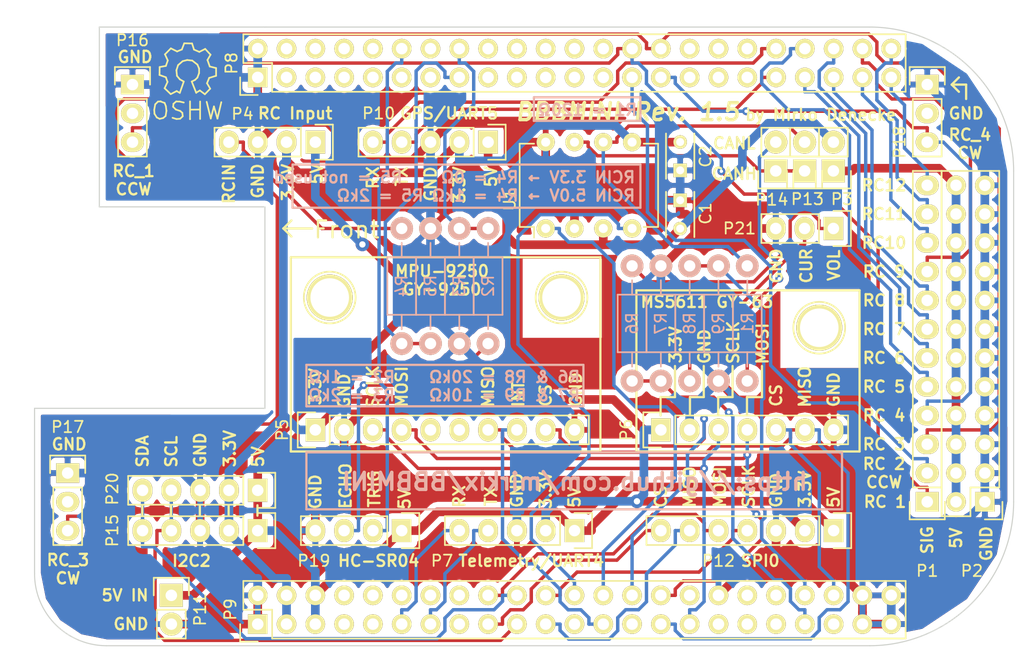
<source format=kicad_pcb>
(kicad_pcb (version 4) (host pcbnew 0.201601181448+6494~42~ubuntu14.04.1-product)
  (title_block (title BBBMINI) (date 2016-01-17) (rev 1.5) (comment 1 https://github.com/mirkix/BBBMINI.git) (comment 2 https://github.com/mirkix/BBBMINI-PCB.git) (comment 3 "ArduPilot DIY Cape for the BeagleBone"))
  (layers (0 F.Cu signal) (31 B.Cu signal) (34 B.Paste user) (35 F.Paste user) (36 B.SilkS user) (37 F.SilkS user) (38 B.Mask user) (39 F.Mask user) (44 Edge.Cuts user))
  (net 0 "")
  (net 1 /RC_1)
  (net 2 /RC_2)
  (net 3 /RC_3)
  (net 4 /RC_4)
  (net 5 /RC_5)
  (net 6 /RC_6)
  (net 7 /RC_7)
  (net 8 /RC_8)
  (net 9 /RC_9)
  (net 10 /RC_10)
  (net 11 /RC_11)
  (net 12 /RC_12)
  (net 13 GND)
  (net 14 +5V)
  (net 15 +3V3)
  (net 16 /RC_IN)
  (net 17 /SPI1_MOSI)
  (net 18 "Net-(P5-Pad5)")
  (net 19 "Net-(P5-Pad6)")
  (net 20 /SPI1_MISO)
  (net 21 /RADIO_RX)
  (net 22 /RADIO_TX)
  (net 23 "Net-(P8-Pad3)")
  (net 24 "Net-(P8-Pad4)")
  (net 25 "Net-(P8-Pad5)")
  (net 26 "Net-(P8-Pad6)")
  (net 27 "Net-(P8-Pad7)")
  (net 28 "Net-(P8-Pad8)")
  (net 29 "Net-(P8-Pad9)")
  (net 30 "Net-(P8-Pad10)")
  (net 31 "Net-(P8-Pad11)")
  (net 32 "Net-(P8-Pad13)")
  (net 33 "Net-(P8-Pad14)")
  (net 34 "Net-(P8-Pad17)")
  (net 35 "Net-(P8-Pad18)")
  (net 36 "Net-(P8-Pad19)")
  (net 37 "Net-(P8-Pad20)")
  (net 38 "Net-(P8-Pad21)")
  (net 39 "Net-(P8-Pad22)")
  (net 40 "Net-(P8-Pad23)")
  (net 41 "Net-(P8-Pad24)")
  (net 42 "Net-(P8-Pad25)")
  (net 43 "Net-(P8-Pad26)")
  (net 44 "Net-(P8-Pad31)")
  (net 45 "Net-(P8-Pad32)")
  (net 46 "Net-(P8-Pad33)")
  (net 47 "Net-(P8-Pad34)")
  (net 48 "Net-(P8-Pad35)")
  (net 49 "Net-(P8-Pad36)")
  (net 50 "Net-(P9-Pad9)")
  (net 51 "Net-(P9-Pad10)")
  (net 52 "Net-(P9-Pad12)")
  (net 53 "Net-(P9-Pad14)")
  (net 54 "Net-(P9-Pad15)")
  (net 55 "Net-(P9-Pad16)")
  (net 56 "Net-(P9-Pad23)")
  (net 57 "Net-(P9-Pad27)")
  (net 58 "Net-(P9-Pad32)")
  (net 59 "Net-(P9-Pad33)")
  (net 60 "Net-(P9-Pad35)")
  (net 61 "Net-(P9-Pad36)")
  (net 62 "Net-(P9-Pad37)")
  (net 63 "Net-(P9-Pad38)")
  (net 64 "Net-(P9-Pad41)")
  (net 65 /GPS_RX)
  (net 66 /GPS_TX)
  (net 67 /SPI0_MOSI)
  (net 68 /SPI0_MISO)
  (net 69 /SPI0_SCLK)
  (net 70 /CAN_RX)
  (net 71 /CAN_TX)
  (net 72 /CANH)
  (net 73 /CANL)
  (net 74 "Net-(P14-Pad2)")
  (net 75 /I2C2_SCL)
  (net 76 /I2C2_SDA)
  (net 77 /SPI0_CS)
  (net 78 "Net-(P16-Pad2)")
  (net 79 "Net-(P17-Pad2)")
  (net 80 "Net-(P18-Pad2)")
  (net 81 "Net-(P2-Pad10)")
  (net 82 "Net-(P9-Pad7)")
  (net 83 "Net-(P9-Pad8)")
  (net 84 /SPI1_SCLK)
  (net 85 /MPU9250_INT)
  (net 86 /SPI1_CS0)
  (net 87 /SPI1_CS1)
  (net 88 /SR04_TRIG)
  (net 89 /SR04_ECHO)
  (net 90 "Net-(P19-Pad3)")
  (net 91 "Net-(P4-Pad4)")
  (net 92 /VOLTAGE)
  (net 93 /CURRENT)
  (net 94 "Net-(P21-Pad1)")
  (net 95 "Net-(P21-Pad2)")
  (module Connect:1pin (layer F.Cu) (at 137.795 98.806)
    (fp_text reference REF1 hide)
    (fp_text value 1pin hide)
    (pad 1 thru_hole circle (at 0 0) (size 4.064 4.064) (drill 3.4) (layers *.Cu *.Mask F.SilkS))
  )
  (module Pin_Headers:Pin_Header_Straight_1x12 (layer F.Cu) (at 190.5 116.84 180)
    (fp_text reference P1 (at 0 -6.096 180) (layer F.SilkS))
    (fp_text value RC_OUTPUT hide)
    (pad 1 thru_hole rect (at 0 0 180) (size 2.032 1.7272) (drill 1.016) (layers *.Cu *.Mask F.SilkS) (net 1 /RC_1))
    (pad 2 thru_hole oval (at 0 2.54 180) (size 2.032 1.7272) (drill 1.016) (layers *.Cu *.Mask F.SilkS) (net 2 /RC_2))
    (pad 3 thru_hole oval (at 0 5.08 180) (size 2.032 1.7272) (drill 1.016) (layers *.Cu *.Mask F.SilkS) (net 3 /RC_3))
    (pad 4 thru_hole oval (at 0 7.62 180) (size 2.032 1.7272) (drill 1.016) (layers *.Cu *.Mask F.SilkS) (net 4 /RC_4))
    (pad 5 thru_hole oval (at 0 10.16 180) (size 2.032 1.7272) (drill 1.016) (layers *.Cu *.Mask F.SilkS) (net 5 /RC_5))
    (pad 6 thru_hole oval (at 0 12.7 180) (size 2.032 1.7272) (drill 1.016) (layers *.Cu *.Mask F.SilkS) (net 6 /RC_6))
    (pad 7 thru_hole oval (at 0 15.24 180) (size 2.032 1.7272) (drill 1.016) (layers *.Cu *.Mask F.SilkS) (net 7 /RC_7))
    (pad 8 thru_hole oval (at 0 17.78 180) (size 2.032 1.7272) (drill 1.016) (layers *.Cu *.Mask F.SilkS) (net 8 /RC_8))
    (pad 9 thru_hole oval (at 0 20.32 180) (size 2.032 1.7272) (drill 1.016) (layers *.Cu *.Mask F.SilkS) (net 9 /RC_9))
    (pad 10 thru_hole oval (at 0 22.86 180) (size 2.032 1.7272) (drill 1.016) (layers *.Cu *.Mask F.SilkS) (net 10 /RC_10))
    (pad 11 thru_hole oval (at 0 25.4 180) (size 2.032 1.7272) (drill 1.016) (layers *.Cu *.Mask F.SilkS) (net 11 /RC_11))
    (pad 12 thru_hole oval (at 0 27.94 180) (size 2.032 1.7272) (drill 1.016) (layers *.Cu *.Mask F.SilkS) (net 12 /RC_12))
  )
  (module Pin_Headers:Pin_Header_Straight_2x12 (layer F.Cu) (at 195.58 116.84 180)
    (fp_text reference P2 (at 1.143 -6.096 180) (layer F.SilkS))
    (fp_text value RC_OUTPUT_GND hide)
    (pad 1 thru_hole rect (at 0 0 180) (size 1.7272 1.7272) (drill 1.016) (layers *.Cu *.Mask F.SilkS) (net 13 GND))
    (pad 2 thru_hole oval (at 2.54 0 180) (size 1.7272 1.7272) (drill 1.016) (layers *.Cu *.Mask F.SilkS) (net 81 "Net-(P2-Pad10)"))
    (pad 3 thru_hole oval (at 0 2.54 180) (size 1.7272 1.7272) (drill 1.016) (layers *.Cu *.Mask F.SilkS) (net 13 GND))
    (pad 4 thru_hole oval (at 2.54 2.54 180) (size 1.7272 1.7272) (drill 1.016) (layers *.Cu *.Mask F.SilkS) (net 81 "Net-(P2-Pad10)"))
    (pad 5 thru_hole oval (at 0 5.08 180) (size 1.7272 1.7272) (drill 1.016) (layers *.Cu *.Mask F.SilkS) (net 13 GND))
    (pad 6 thru_hole oval (at 2.54 5.08 180) (size 1.7272 1.7272) (drill 1.016) (layers *.Cu *.Mask F.SilkS) (net 81 "Net-(P2-Pad10)"))
    (pad 7 thru_hole oval (at 0 7.62 180) (size 1.7272 1.7272) (drill 1.016) (layers *.Cu *.Mask F.SilkS) (net 13 GND))
    (pad 8 thru_hole oval (at 2.54 7.62 180) (size 1.7272 1.7272) (drill 1.016) (layers *.Cu *.Mask F.SilkS) (net 81 "Net-(P2-Pad10)"))
    (pad 9 thru_hole oval (at 0 10.16 180) (size 1.7272 1.7272) (drill 1.016) (layers *.Cu *.Mask F.SilkS) (net 13 GND))
    (pad 10 thru_hole oval (at 2.54 10.16 180) (size 1.7272 1.7272) (drill 1.016) (layers *.Cu *.Mask F.SilkS) (net 81 "Net-(P2-Pad10)"))
    (pad 11 thru_hole oval (at 0 12.7 180) (size 1.7272 1.7272) (drill 1.016) (layers *.Cu *.Mask F.SilkS) (net 13 GND))
    (pad 12 thru_hole oval (at 2.54 12.7 180) (size 1.7272 1.7272) (drill 1.016) (layers *.Cu *.Mask F.SilkS) (net 81 "Net-(P2-Pad10)"))
    (pad 13 thru_hole oval (at 0 15.24 180) (size 1.7272 1.7272) (drill 1.016) (layers *.Cu *.Mask F.SilkS) (net 13 GND))
    (pad 14 thru_hole oval (at 2.54 15.24 180) (size 1.7272 1.7272) (drill 1.016) (layers *.Cu *.Mask F.SilkS) (net 81 "Net-(P2-Pad10)"))
    (pad 15 thru_hole oval (at 0 17.78 180) (size 1.7272 1.7272) (drill 1.016) (layers *.Cu *.Mask F.SilkS) (net 13 GND))
    (pad 16 thru_hole oval (at 2.54 17.78 180) (size 1.7272 1.7272) (drill 1.016) (layers *.Cu *.Mask F.SilkS) (net 81 "Net-(P2-Pad10)"))
    (pad 17 thru_hole oval (at 0 20.32 180) (size 1.7272 1.7272) (drill 1.016) (layers *.Cu *.Mask F.SilkS) (net 13 GND))
    (pad 18 thru_hole oval (at 2.54 20.32 180) (size 1.7272 1.7272) (drill 1.016) (layers *.Cu *.Mask F.SilkS) (net 81 "Net-(P2-Pad10)"))
    (pad 19 thru_hole oval (at 0 22.86 180) (size 1.7272 1.7272) (drill 1.016) (layers *.Cu *.Mask F.SilkS) (net 13 GND))
    (pad 20 thru_hole oval (at 2.54 22.86 180) (size 1.7272 1.7272) (drill 1.016) (layers *.Cu *.Mask F.SilkS) (net 81 "Net-(P2-Pad10)"))
    (pad 21 thru_hole oval (at 0 25.4 180) (size 1.7272 1.7272) (drill 1.016) (layers *.Cu *.Mask F.SilkS) (net 13 GND))
    (pad 22 thru_hole oval (at 2.54 25.4 180) (size 1.7272 1.7272) (drill 1.016) (layers *.Cu *.Mask F.SilkS) (net 81 "Net-(P2-Pad10)"))
    (pad 23 thru_hole oval (at 0 27.94 180) (size 1.7272 1.7272) (drill 1.016) (layers *.Cu *.Mask F.SilkS) (net 13 GND))
    (pad 24 thru_hole oval (at 2.54 27.94 180) (size 1.7272 1.7272) (drill 1.016) (layers *.Cu *.Mask F.SilkS) (net 81 "Net-(P2-Pad10)"))
  )
  (module Pin_Headers:Pin_Header_Straight_1x02 (layer F.Cu) (at 182.22 87.63 180)
    (fp_text reference P3 (at -0.762 -2.4892 360) (layer F.SilkS))
    (fp_text value "5V TO RC_OUT" hide)
    (pad 1 thru_hole rect (at 0 0 180) (size 2.032 2.032) (drill 1.016) (layers *.Cu *.Mask F.SilkS) (net 81 "Net-(P2-Pad10)"))
    (pad 2 thru_hole oval (at 0 2.54 180) (size 2.032 2.032) (drill 1.016) (layers *.Cu *.Mask F.SilkS) (net 14 +5V))
  )
  (module Pin_Headers:Pin_Header_Straight_1x10 (layer F.Cu) (at 136.525 110.49 90)
    (fp_text reference P5 (at 0 -2.921 90) (layer F.SilkS))
    (fp_text value "MPU-9250 breakoutboard" hide)
    (pad 1 thru_hole rect (at 0 0 90) (size 2.032 1.7272) (drill 1.016) (layers *.Cu *.Mask F.SilkS) (net 15 +3V3))
    (pad 2 thru_hole oval (at 0 2.54 90) (size 2.032 1.7272) (drill 1.016) (layers *.Cu *.Mask F.SilkS) (net 13 GND))
    (pad 3 thru_hole oval (at 0 5.08 90) (size 2.032 1.7272) (drill 1.016) (layers *.Cu *.Mask F.SilkS) (net 84 /SPI1_SCLK))
    (pad 4 thru_hole oval (at 0 7.62 90) (size 2.032 1.7272) (drill 1.016) (layers *.Cu *.Mask F.SilkS) (net 17 /SPI1_MOSI))
    (pad 5 thru_hole oval (at 0 10.16 90) (size 2.032 1.7272) (drill 1.016) (layers *.Cu *.Mask F.SilkS) (net 18 "Net-(P5-Pad5)"))
    (pad 6 thru_hole oval (at 0 12.7 90) (size 2.032 1.7272) (drill 1.016) (layers *.Cu *.Mask F.SilkS) (net 19 "Net-(P5-Pad6)"))
    (pad 7 thru_hole oval (at 0 15.24 90) (size 2.032 1.7272) (drill 1.016) (layers *.Cu *.Mask F.SilkS) (net 20 /SPI1_MISO))
    (pad 8 thru_hole oval (at 0 17.78 90) (size 2.032 1.7272) (drill 1.016) (layers *.Cu *.Mask F.SilkS) (net 85 /MPU9250_INT))
    (pad 9 thru_hole oval (at 0 20.32 90) (size 2.032 1.7272) (drill 1.016) (layers *.Cu *.Mask F.SilkS) (net 86 /SPI1_CS0))
    (pad 10 thru_hole oval (at 0 22.86 90) (size 2.032 1.7272) (drill 1.016) (layers *.Cu *.Mask F.SilkS) (net 13 GND))
  )
  (module Pin_Headers:Pin_Header_Straight_1x07 (layer F.Cu) (at 167.005 110.49 90)
    (fp_text reference P6 (at 0 -3.048 90) (layer F.SilkS))
    (fp_text value "MS5611 breakoutboard" hide)
    (pad 1 thru_hole rect (at 0 0 90) (size 2.032 1.7272) (drill 1.016) (layers *.Cu *.Mask F.SilkS) (net 15 +3V3))
    (pad 2 thru_hole oval (at 0 2.54 90) (size 2.032 1.7272) (drill 1.016) (layers *.Cu *.Mask F.SilkS) (net 13 GND))
    (pad 3 thru_hole oval (at 0 5.08 90) (size 2.032 1.7272) (drill 1.016) (layers *.Cu *.Mask F.SilkS) (net 84 /SPI1_SCLK))
    (pad 4 thru_hole oval (at 0 7.62 90) (size 2.032 1.7272) (drill 1.016) (layers *.Cu *.Mask F.SilkS) (net 17 /SPI1_MOSI))
    (pad 5 thru_hole oval (at 0 10.16 90) (size 2.032 1.7272) (drill 1.016) (layers *.Cu *.Mask F.SilkS) (net 87 /SPI1_CS1))
    (pad 6 thru_hole oval (at 0 12.7 90) (size 2.032 1.7272) (drill 1.016) (layers *.Cu *.Mask F.SilkS) (net 20 /SPI1_MISO))
    (pad 7 thru_hole oval (at 0 15.24 90) (size 2.032 1.7272) (drill 1.016) (layers *.Cu *.Mask F.SilkS) (net 13 GND))
  )
  (module Pin_Headers:Pin_Header_Straight_2x23 (layer F.Cu) (at 131.445 79.375 90)
    (fp_text reference P8 (at 1.2446 -2.3114 90) (layer F.SilkS))
    (fp_text value BBB_P8 hide)
    (pad 1 thru_hole rect (at 0 0 90) (size 1.7272 1.7272) (drill 1.016) (layers *.Cu *.Mask F.SilkS) (net 13 GND))
    (pad 2 thru_hole oval (at 2.54 0 90) (size 1.7272 1.7272) (drill 1.016) (layers *.Cu *.Mask F.SilkS) (net 13 GND))
    (pad 3 thru_hole oval (at 0 2.54 90) (size 1.7272 1.7272) (drill 1.016) (layers *.Cu *.Mask F.SilkS) (net 23 "Net-(P8-Pad3)"))
    (pad 4 thru_hole oval (at 2.54 2.54 90) (size 1.7272 1.7272) (drill 1.016) (layers *.Cu *.Mask F.SilkS) (net 24 "Net-(P8-Pad4)"))
    (pad 5 thru_hole oval (at 0 5.08 90) (size 1.7272 1.7272) (drill 1.016) (layers *.Cu *.Mask F.SilkS) (net 25 "Net-(P8-Pad5)"))
    (pad 6 thru_hole oval (at 2.54 5.08 90) (size 1.7272 1.7272) (drill 1.016) (layers *.Cu *.Mask F.SilkS) (net 26 "Net-(P8-Pad6)"))
    (pad 7 thru_hole oval (at 0 7.62 90) (size 1.7272 1.7272) (drill 1.016) (layers *.Cu *.Mask F.SilkS) (net 27 "Net-(P8-Pad7)"))
    (pad 8 thru_hole oval (at 2.54 7.62 90) (size 1.7272 1.7272) (drill 1.016) (layers *.Cu *.Mask F.SilkS) (net 28 "Net-(P8-Pad8)"))
    (pad 9 thru_hole oval (at 0 10.16 90) (size 1.7272 1.7272) (drill 1.016) (layers *.Cu *.Mask F.SilkS) (net 29 "Net-(P8-Pad9)"))
    (pad 10 thru_hole oval (at 2.54 10.16 90) (size 1.7272 1.7272) (drill 1.016) (layers *.Cu *.Mask F.SilkS) (net 30 "Net-(P8-Pad10)"))
    (pad 11 thru_hole oval (at 0 12.7 90) (size 1.7272 1.7272) (drill 1.016) (layers *.Cu *.Mask F.SilkS) (net 31 "Net-(P8-Pad11)"))
    (pad 12 thru_hole oval (at 2.54 12.7 90) (size 1.7272 1.7272) (drill 1.016) (layers *.Cu *.Mask F.SilkS) (net 88 /SR04_TRIG))
    (pad 13 thru_hole oval (at 0 15.24 90) (size 1.7272 1.7272) (drill 1.016) (layers *.Cu *.Mask F.SilkS) (net 32 "Net-(P8-Pad13)"))
    (pad 14 thru_hole oval (at 2.54 15.24 90) (size 1.7272 1.7272) (drill 1.016) (layers *.Cu *.Mask F.SilkS) (net 33 "Net-(P8-Pad14)"))
    (pad 15 thru_hole oval (at 0 17.78 90) (size 1.7272 1.7272) (drill 1.016) (layers *.Cu *.Mask F.SilkS) (net 16 /RC_IN))
    (pad 16 thru_hole oval (at 2.54 17.78 90) (size 1.7272 1.7272) (drill 1.016) (layers *.Cu *.Mask F.SilkS) (net 89 /SR04_ECHO))
    (pad 17 thru_hole oval (at 0 20.32 90) (size 1.7272 1.7272) (drill 1.016) (layers *.Cu *.Mask F.SilkS) (net 34 "Net-(P8-Pad17)"))
    (pad 18 thru_hole oval (at 2.54 20.32 90) (size 1.7272 1.7272) (drill 1.016) (layers *.Cu *.Mask F.SilkS) (net 35 "Net-(P8-Pad18)"))
    (pad 19 thru_hole oval (at 0 22.86 90) (size 1.7272 1.7272) (drill 1.016) (layers *.Cu *.Mask F.SilkS) (net 36 "Net-(P8-Pad19)"))
    (pad 20 thru_hole oval (at 2.54 22.86 90) (size 1.7272 1.7272) (drill 1.016) (layers *.Cu *.Mask F.SilkS) (net 37 "Net-(P8-Pad20)"))
    (pad 21 thru_hole oval (at 0 25.4 90) (size 1.7272 1.7272) (drill 1.016) (layers *.Cu *.Mask F.SilkS) (net 38 "Net-(P8-Pad21)"))
    (pad 22 thru_hole oval (at 2.54 25.4 90) (size 1.7272 1.7272) (drill 1.016) (layers *.Cu *.Mask F.SilkS) (net 39 "Net-(P8-Pad22)"))
    (pad 23 thru_hole oval (at 0 27.94 90) (size 1.7272 1.7272) (drill 1.016) (layers *.Cu *.Mask F.SilkS) (net 40 "Net-(P8-Pad23)"))
    (pad 24 thru_hole oval (at 2.54 27.94 90) (size 1.7272 1.7272) (drill 1.016) (layers *.Cu *.Mask F.SilkS) (net 41 "Net-(P8-Pad24)"))
    (pad 25 thru_hole oval (at 0 30.48 90) (size 1.7272 1.7272) (drill 1.016) (layers *.Cu *.Mask F.SilkS) (net 42 "Net-(P8-Pad25)"))
    (pad 26 thru_hole oval (at 2.54 30.48 90) (size 1.7272 1.7272) (drill 1.016) (layers *.Cu *.Mask F.SilkS) (net 43 "Net-(P8-Pad26)"))
    (pad 27 thru_hole oval (at 0 33.02 90) (size 1.7272 1.7272) (drill 1.016) (layers *.Cu *.Mask F.SilkS) (net 2 /RC_2))
    (pad 28 thru_hole oval (at 2.54 33.02 90) (size 1.7272 1.7272) (drill 1.016) (layers *.Cu *.Mask F.SilkS) (net 1 /RC_1))
    (pad 29 thru_hole oval (at 0 35.56 90) (size 1.7272 1.7272) (drill 1.016) (layers *.Cu *.Mask F.SilkS) (net 4 /RC_4))
    (pad 30 thru_hole oval (at 2.54 35.56 90) (size 1.7272 1.7272) (drill 1.016) (layers *.Cu *.Mask F.SilkS) (net 3 /RC_3))
    (pad 31 thru_hole oval (at 0 38.1 90) (size 1.7272 1.7272) (drill 1.016) (layers *.Cu *.Mask F.SilkS) (net 44 "Net-(P8-Pad31)"))
    (pad 32 thru_hole oval (at 2.54 38.1 90) (size 1.7272 1.7272) (drill 1.016) (layers *.Cu *.Mask F.SilkS) (net 45 "Net-(P8-Pad32)"))
    (pad 33 thru_hole oval (at 0 40.64 90) (size 1.7272 1.7272) (drill 1.016) (layers *.Cu *.Mask F.SilkS) (net 46 "Net-(P8-Pad33)"))
    (pad 34 thru_hole oval (at 2.54 40.64 90) (size 1.7272 1.7272) (drill 1.016) (layers *.Cu *.Mask F.SilkS) (net 47 "Net-(P8-Pad34)"))
    (pad 35 thru_hole oval (at 0 43.18 90) (size 1.7272 1.7272) (drill 1.016) (layers *.Cu *.Mask F.SilkS) (net 48 "Net-(P8-Pad35)"))
    (pad 36 thru_hole oval (at 2.54 43.18 90) (size 1.7272 1.7272) (drill 1.016) (layers *.Cu *.Mask F.SilkS) (net 49 "Net-(P8-Pad36)"))
    (pad 37 thru_hole oval (at 0 45.72 90) (size 1.7272 1.7272) (drill 1.016) (layers *.Cu *.Mask F.SilkS) (net 65 /GPS_RX))
    (pad 38 thru_hole oval (at 2.54 45.72 90) (size 1.7272 1.7272) (drill 1.016) (layers *.Cu *.Mask F.SilkS) (net 66 /GPS_TX))
    (pad 39 thru_hole oval (at 0 48.26 90) (size 1.7272 1.7272) (drill 1.016) (layers *.Cu *.Mask F.SilkS) (net 6 /RC_6))
    (pad 40 thru_hole oval (at 2.54 48.26 90) (size 1.7272 1.7272) (drill 1.016) (layers *.Cu *.Mask F.SilkS) (net 5 /RC_5))
    (pad 41 thru_hole oval (at 0 50.8 90) (size 1.7272 1.7272) (drill 1.016) (layers *.Cu *.Mask F.SilkS) (net 8 /RC_8))
    (pad 42 thru_hole oval (at 2.54 50.8 90) (size 1.7272 1.7272) (drill 1.016) (layers *.Cu *.Mask F.SilkS) (net 7 /RC_7))
    (pad 43 thru_hole oval (at 0 53.34 90) (size 1.7272 1.7272) (drill 1.016) (layers *.Cu *.Mask F.SilkS) (net 10 /RC_10))
    (pad 44 thru_hole oval (at 2.54 53.34 90) (size 1.7272 1.7272) (drill 1.016) (layers *.Cu *.Mask F.SilkS) (net 9 /RC_9))
    (pad 45 thru_hole oval (at 0 55.88 90) (size 1.7272 1.7272) (drill 1.016) (layers *.Cu *.Mask F.SilkS) (net 12 /RC_12))
    (pad 46 thru_hole oval (at 2.54 55.88 90) (size 1.7272 1.7272) (drill 1.016) (layers *.Cu *.Mask F.SilkS) (net 11 /RC_11))
  )
  (module Pin_Headers:Pin_Header_Straight_2x23 (layer F.Cu) (at 131.445 127.635 90)
    (fp_text reference P9 (at 1.2954 -2.413 90) (layer F.SilkS))
    (fp_text value BBB_P9 hide)
    (pad 1 thru_hole rect (at 0 0 90) (size 1.7272 1.7272) (drill 1.016) (layers *.Cu *.Mask F.SilkS) (net 13 GND))
    (pad 2 thru_hole oval (at 2.54 0 90) (size 1.7272 1.7272) (drill 1.016) (layers *.Cu *.Mask F.SilkS) (net 13 GND))
    (pad 3 thru_hole oval (at 0 2.54 90) (size 1.7272 1.7272) (drill 1.016) (layers *.Cu *.Mask F.SilkS) (net 15 +3V3))
    (pad 4 thru_hole oval (at 2.54 2.54 90) (size 1.7272 1.7272) (drill 1.016) (layers *.Cu *.Mask F.SilkS) (net 15 +3V3))
    (pad 5 thru_hole oval (at 0 5.08 90) (size 1.7272 1.7272) (drill 1.016) (layers *.Cu *.Mask F.SilkS) (net 14 +5V))
    (pad 6 thru_hole oval (at 2.54 5.08 90) (size 1.7272 1.7272) (drill 1.016) (layers *.Cu *.Mask F.SilkS) (net 14 +5V))
    (pad 7 thru_hole oval (at 0 7.62 90) (size 1.7272 1.7272) (drill 1.016) (layers *.Cu *.Mask F.SilkS) (net 82 "Net-(P9-Pad7)"))
    (pad 8 thru_hole oval (at 2.54 7.62 90) (size 1.7272 1.7272) (drill 1.016) (layers *.Cu *.Mask F.SilkS) (net 83 "Net-(P9-Pad8)"))
    (pad 9 thru_hole oval (at 0 10.16 90) (size 1.7272 1.7272) (drill 1.016) (layers *.Cu *.Mask F.SilkS) (net 50 "Net-(P9-Pad9)"))
    (pad 10 thru_hole oval (at 2.54 10.16 90) (size 1.7272 1.7272) (drill 1.016) (layers *.Cu *.Mask F.SilkS) (net 51 "Net-(P9-Pad10)"))
    (pad 11 thru_hole oval (at 0 12.7 90) (size 1.7272 1.7272) (drill 1.016) (layers *.Cu *.Mask F.SilkS) (net 22 /RADIO_TX))
    (pad 12 thru_hole oval (at 2.54 12.7 90) (size 1.7272 1.7272) (drill 1.016) (layers *.Cu *.Mask F.SilkS) (net 52 "Net-(P9-Pad12)"))
    (pad 13 thru_hole oval (at 0 15.24 90) (size 1.7272 1.7272) (drill 1.016) (layers *.Cu *.Mask F.SilkS) (net 21 /RADIO_RX))
    (pad 14 thru_hole oval (at 2.54 15.24 90) (size 1.7272 1.7272) (drill 1.016) (layers *.Cu *.Mask F.SilkS) (net 53 "Net-(P9-Pad14)"))
    (pad 15 thru_hole oval (at 0 17.78 90) (size 1.7272 1.7272) (drill 1.016) (layers *.Cu *.Mask F.SilkS) (net 54 "Net-(P9-Pad15)"))
    (pad 16 thru_hole oval (at 2.54 17.78 90) (size 1.7272 1.7272) (drill 1.016) (layers *.Cu *.Mask F.SilkS) (net 55 "Net-(P9-Pad16)"))
    (pad 17 thru_hole oval (at 0 20.32 90) (size 1.7272 1.7272) (drill 1.016) (layers *.Cu *.Mask F.SilkS) (net 77 /SPI0_CS))
    (pad 18 thru_hole oval (at 2.54 20.32 90) (size 1.7272 1.7272) (drill 1.016) (layers *.Cu *.Mask F.SilkS) (net 67 /SPI0_MOSI))
    (pad 19 thru_hole oval (at 0 22.86 90) (size 1.7272 1.7272) (drill 1.016) (layers *.Cu *.Mask F.SilkS) (net 75 /I2C2_SCL))
    (pad 20 thru_hole oval (at 2.54 22.86 90) (size 1.7272 1.7272) (drill 1.016) (layers *.Cu *.Mask F.SilkS) (net 76 /I2C2_SDA))
    (pad 21 thru_hole oval (at 0 25.4 90) (size 1.7272 1.7272) (drill 1.016) (layers *.Cu *.Mask F.SilkS) (net 68 /SPI0_MISO))
    (pad 22 thru_hole oval (at 2.54 25.4 90) (size 1.7272 1.7272) (drill 1.016) (layers *.Cu *.Mask F.SilkS) (net 69 /SPI0_SCLK))
    (pad 23 thru_hole oval (at 0 27.94 90) (size 1.7272 1.7272) (drill 1.016) (layers *.Cu *.Mask F.SilkS) (net 56 "Net-(P9-Pad23)"))
    (pad 24 thru_hole oval (at 2.54 27.94 90) (size 1.7272 1.7272) (drill 1.016) (layers *.Cu *.Mask F.SilkS) (net 70 /CAN_RX))
    (pad 25 thru_hole oval (at 0 30.48 90) (size 1.7272 1.7272) (drill 1.016) (layers *.Cu *.Mask F.SilkS) (net 85 /MPU9250_INT))
    (pad 26 thru_hole oval (at 2.54 30.48 90) (size 1.7272 1.7272) (drill 1.016) (layers *.Cu *.Mask F.SilkS) (net 71 /CAN_TX))
    (pad 27 thru_hole oval (at 0 33.02 90) (size 1.7272 1.7272) (drill 1.016) (layers *.Cu *.Mask F.SilkS) (net 57 "Net-(P9-Pad27)"))
    (pad 28 thru_hole oval (at 2.54 33.02 90) (size 1.7272 1.7272) (drill 1.016) (layers *.Cu *.Mask F.SilkS) (net 86 /SPI1_CS0))
    (pad 29 thru_hole oval (at 0 35.56 90) (size 1.7272 1.7272) (drill 1.016) (layers *.Cu *.Mask F.SilkS) (net 20 /SPI1_MISO))
    (pad 30 thru_hole oval (at 2.54 35.56 90) (size 1.7272 1.7272) (drill 1.016) (layers *.Cu *.Mask F.SilkS) (net 17 /SPI1_MOSI))
    (pad 31 thru_hole oval (at 0 38.1 90) (size 1.7272 1.7272) (drill 1.016) (layers *.Cu *.Mask F.SilkS) (net 84 /SPI1_SCLK))
    (pad 32 thru_hole oval (at 2.54 38.1 90) (size 1.7272 1.7272) (drill 1.016) (layers *.Cu *.Mask F.SilkS) (net 58 "Net-(P9-Pad32)"))
    (pad 33 thru_hole oval (at 0 40.64 90) (size 1.7272 1.7272) (drill 1.016) (layers *.Cu *.Mask F.SilkS) (net 59 "Net-(P9-Pad33)"))
    (pad 34 thru_hole oval (at 2.54 40.64 90) (size 1.7272 1.7272) (drill 1.016) (layers *.Cu *.Mask F.SilkS) (net 13 GND))
    (pad 35 thru_hole oval (at 0 43.18 90) (size 1.7272 1.7272) (drill 1.016) (layers *.Cu *.Mask F.SilkS) (net 60 "Net-(P9-Pad35)"))
    (pad 36 thru_hole oval (at 2.54 43.18 90) (size 1.7272 1.7272) (drill 1.016) (layers *.Cu *.Mask F.SilkS) (net 61 "Net-(P9-Pad36)"))
    (pad 37 thru_hole oval (at 0 45.72 90) (size 1.7272 1.7272) (drill 1.016) (layers *.Cu *.Mask F.SilkS) (net 62 "Net-(P9-Pad37)"))
    (pad 38 thru_hole oval (at 2.54 45.72 90) (size 1.7272 1.7272) (drill 1.016) (layers *.Cu *.Mask F.SilkS) (net 63 "Net-(P9-Pad38)"))
    (pad 39 thru_hole oval (at 0 48.26 90) (size 1.7272 1.7272) (drill 1.016) (layers *.Cu *.Mask F.SilkS) (net 92 /VOLTAGE))
    (pad 40 thru_hole oval (at 2.54 48.26 90) (size 1.7272 1.7272) (drill 1.016) (layers *.Cu *.Mask F.SilkS) (net 93 /CURRENT))
    (pad 41 thru_hole oval (at 0 50.8 90) (size 1.7272 1.7272) (drill 1.016) (layers *.Cu *.Mask F.SilkS) (net 64 "Net-(P9-Pad41)"))
    (pad 42 thru_hole oval (at 2.54 50.8 90) (size 1.7272 1.7272) (drill 1.016) (layers *.Cu *.Mask F.SilkS) (net 87 /SPI1_CS1))
    (pad 43 thru_hole oval (at 0 53.34 90) (size 1.7272 1.7272) (drill 1.016) (layers *.Cu *.Mask F.SilkS) (net 13 GND))
    (pad 44 thru_hole oval (at 2.54 53.34 90) (size 1.7272 1.7272) (drill 1.016) (layers *.Cu *.Mask F.SilkS) (net 13 GND))
    (pad 45 thru_hole oval (at 0 55.88 90) (size 1.7272 1.7272) (drill 1.016) (layers *.Cu *.Mask F.SilkS) (net 13 GND))
    (pad 46 thru_hole oval (at 2.54 55.88 90) (size 1.7272 1.7272) (drill 1.016) (layers *.Cu *.Mask F.SilkS) (net 13 GND))
  )
  (module Pin_Headers:Pin_Header_Straight_1x02 (layer F.Cu) (at 123.825 125.095)
    (fp_text reference P11 (at 2.54 1.27 90) (layer F.SilkS))
    (fp_text value 5V_INPUT hide)
    (pad 1 thru_hole rect (at 0 0) (size 2.032 2.032) (drill 1.016) (layers *.Cu *.Mask F.SilkS) (net 14 +5V))
    (pad 2 thru_hole oval (at 0 2.54) (size 2.032 2.032) (drill 1.016) (layers *.Cu *.Mask F.SilkS) (net 13 GND))
  )
  (module Pin_Headers:Pin_Header_Straight_1x07 (layer F.Cu) (at 182.245 119.38 270)
    (fp_text reference P12 (at 2.667 10.16 540) (layer F.SilkS))
    (fp_text value SPI0 hide)
    (pad 1 thru_hole rect (at 0 0 270) (size 2.032 1.7272) (drill 1.016) (layers *.Cu *.Mask F.SilkS) (net 14 +5V))
    (pad 2 thru_hole oval (at 0 2.54 270) (size 2.032 1.7272) (drill 1.016) (layers *.Cu *.Mask F.SilkS) (net 15 +3V3))
    (pad 3 thru_hole oval (at 0 5.08 270) (size 2.032 1.7272) (drill 1.016) (layers *.Cu *.Mask F.SilkS) (net 13 GND))
    (pad 4 thru_hole oval (at 0 7.62 270) (size 2.032 1.7272) (drill 1.016) (layers *.Cu *.Mask F.SilkS) (net 69 /SPI0_SCLK))
    (pad 5 thru_hole oval (at 0 10.16 270) (size 2.032 1.7272) (drill 1.016) (layers *.Cu *.Mask F.SilkS) (net 67 /SPI0_MOSI))
    (pad 6 thru_hole oval (at 0 12.7 270) (size 2.032 1.7272) (drill 1.016) (layers *.Cu *.Mask F.SilkS) (net 68 /SPI0_MISO))
    (pad 7 thru_hole oval (at 0 15.24 270) (size 2.032 1.7272) (drill 1.016) (layers *.Cu *.Mask F.SilkS) (net 77 /SPI0_CS))
  )
  (module Pin_Headers:Pin_Header_Straight_1x02 (layer F.Cu) (at 179.68 87.63 180)
    (fp_text reference P13 (at -0.2536 -2.4892 180) (layer F.SilkS))
    (fp_text value CANBUS hide)
    (pad 1 thru_hole rect (at 0 0 180) (size 2.032 2.032) (drill 1.016) (layers *.Cu *.Mask F.SilkS) (net 72 /CANH))
    (pad 2 thru_hole oval (at 0 2.54 180) (size 2.032 2.032) (drill 1.016) (layers *.Cu *.Mask F.SilkS) (net 73 /CANL))
  )
  (module Pin_Headers:Pin_Header_Straight_1x02 (layer F.Cu) (at 177.14 87.63 180)
    (fp_text reference P14 (at 0.3556 -2.54 180) (layer F.SilkS))
    (fp_text value "CANBUS R" hide)
    (pad 1 thru_hole rect (at 0 0 180) (size 2.032 2.032) (drill 1.016) (layers *.Cu *.Mask F.SilkS) (net 72 /CANH))
    (pad 2 thru_hole oval (at 0 2.54 180) (size 2.032 2.032) (drill 1.016) (layers *.Cu *.Mask F.SilkS) (net 74 "Net-(P14-Pad2)"))
  )
  (module Resistors_ThroughHole:Resistor_Horizontal_RM10mm (layer B.Cu) (at 174.625 101.092 90)
    (fp_text reference R1 (at 0 0.0254 90) (layer B.SilkS) (effects (justify mirror)))
    (fp_text value 120 hide)
    (pad 1 thru_hole circle (at -5.08 0 90) (size 1.99898 1.99898) (drill 1.00076) (layers *.Cu *.SilkS *.Mask) (net 74 "Net-(P14-Pad2)"))
    (pad 2 thru_hole circle (at 5.08 0 90) (size 1.99898 1.99898) (drill 1.00076) (layers *.Cu *.SilkS *.Mask) (net 73 /CANL))
  )
  (module Capacitors_ThroughHole:C_Rect_L4_W2.5_P2.5 (layer F.Cu) (at 168.707 90.2208 270)
    (fp_text reference C1 (at 1.1684 -2.2352 270) (layer F.SilkS))
    (fp_text value 0.1u hide)
    (pad 1 thru_hole rect (at 0 0 270) (size 1.2 1.2) (drill 0.7) (layers *.Cu *.Mask F.SilkS) (net 13 GND))
    (pad 2 thru_hole circle (at 2.5 0 270) (size 1.2 1.2) (drill 0.7) (layers *.Cu *.Mask F.SilkS) (net 14 +5V))
  )
  (module Capacitors_ThroughHole:C_Rect_L4_W2.5_P2.5 (layer F.Cu) (at 168.707 87.5792 90)
    (fp_text reference C2 (at 1.2192 2.2352 90) (layer F.SilkS))
    (fp_text value 0.1u hide)
    (pad 1 thru_hole rect (at 0 0 90) (size 1.2 1.2) (drill 0.7) (layers *.Cu *.Mask F.SilkS) (net 13 GND))
    (pad 2 thru_hole circle (at 2.5 0 90) (size 1.2 1.2) (drill 0.7) (layers *.Cu *.Mask F.SilkS) (net 15 +3V3))
  )
  (module Pin_Headers:Pin_Header_Straight_1x05 (layer F.Cu) (at 131.445 119.38 270)
    (fp_text reference P15 (at 0 12.827 450) (layer F.SilkS))
    (fp_text value I2C2 hide)
    (pad 1 thru_hole rect (at 0 0 270) (size 2.032 1.7272) (drill 1.016) (layers *.Cu *.Mask F.SilkS) (net 14 +5V))
    (pad 2 thru_hole oval (at 0 2.54 270) (size 2.032 1.7272) (drill 1.016) (layers *.Cu *.Mask F.SilkS) (net 15 +3V3))
    (pad 3 thru_hole oval (at 0 5.08 270) (size 2.032 1.7272) (drill 1.016) (layers *.Cu *.Mask F.SilkS) (net 13 GND))
    (pad 4 thru_hole oval (at 0 7.62 270) (size 2.032 1.7272) (drill 1.016) (layers *.Cu *.Mask F.SilkS) (net 75 /I2C2_SCL))
    (pad 5 thru_hole oval (at 0 10.16 270) (size 2.032 1.7272) (drill 1.016) (layers *.Cu *.Mask F.SilkS) (net 76 /I2C2_SDA))
  )
  (module Pin_Headers:Pin_Header_Straight_1x05 (layer F.Cu) (at 159.385 119.38 270)
    (fp_text reference P7 (at 2.667 11.684 360) (layer F.SilkS))
    (fp_text value Telemetry hide)
    (pad 1 thru_hole rect (at 0 0 270) (size 2.032 1.7272) (drill 1.016) (layers *.Cu *.Mask F.SilkS) (net 14 +5V))
    (pad 2 thru_hole oval (at 0 2.54 270) (size 2.032 1.7272) (drill 1.016) (layers *.Cu *.Mask F.SilkS) (net 15 +3V3))
    (pad 3 thru_hole oval (at 0 5.08 270) (size 2.032 1.7272) (drill 1.016) (layers *.Cu *.Mask F.SilkS) (net 13 GND))
    (pad 4 thru_hole oval (at 0 7.62 270) (size 2.032 1.7272) (drill 1.016) (layers *.Cu *.Mask F.SilkS) (net 21 /RADIO_RX))
    (pad 5 thru_hole oval (at 0 10.16 270) (size 2.032 1.7272) (drill 1.016) (layers *.Cu *.Mask F.SilkS) (net 22 /RADIO_TX))
  )
  (module Connect:1pin (layer F.Cu) (at 180.975 101.473)
    (fp_text reference REF3 hide)
    (fp_text value 1pin hide)
    (pad 1 thru_hole circle (at 0 0) (size 4.064 4.064) (drill 3.4) (layers *.Cu *.Mask F.SilkS))
  )
  (module Connect:1pin (layer F.Cu) (at 158.242 98.806)
    (fp_text reference REF2 hide)
    (fp_text value 1pin hide)
    (pad 1 thru_hole circle (at 0 0) (size 4.064 4.064) (drill 3.4) (layers *.Cu *.Mask F.SilkS))
  )
  (module Pin_Headers:Pin_Header_Straight_1x03 (layer F.Cu) (at 120.396 80.01)
    (fp_text reference P16 (at 0 -3.9116) (layer F.SilkS))
    (fp_text value RC_1 hide)
    (pad 1 thru_hole rect (at 0 0) (size 2.032 1.7272) (drill 1.016) (layers *.Cu *.Mask F.SilkS) (net 13 GND))
    (pad 2 thru_hole oval (at 0 2.54) (size 2.032 1.7272) (drill 1.016) (layers *.Cu *.Mask F.SilkS) (net 78 "Net-(P16-Pad2)"))
    (pad 3 thru_hole oval (at 0 5.08) (size 2.032 1.7272) (drill 1.016) (layers *.Cu *.Mask F.SilkS) (net 1 /RC_1))
  )
  (module Pin_Headers:Pin_Header_Straight_1x03 (layer F.Cu) (at 114.681 114.3)
    (fp_text reference P17 (at 0 -4.064) (layer F.SilkS))
    (fp_text value RC_3 hide)
    (pad 1 thru_hole rect (at 0 0) (size 2.032 1.7272) (drill 1.016) (layers *.Cu *.Mask F.SilkS) (net 13 GND))
    (pad 2 thru_hole oval (at 0 2.54) (size 2.032 1.7272) (drill 1.016) (layers *.Cu *.Mask F.SilkS) (net 79 "Net-(P17-Pad2)"))
    (pad 3 thru_hole oval (at 0 5.08) (size 2.032 1.7272) (drill 1.016) (layers *.Cu *.Mask F.SilkS) (net 3 /RC_3))
  )
  (module Pin_Headers:Pin_Header_Straight_1x03 (layer F.Cu) (at 190.5 80.01)
    (fp_text reference P18 (at -2.4384 5.08 90) (layer F.SilkS))
    (fp_text value RC_4 hide)
    (pad 1 thru_hole rect (at 0 0) (size 2.032 1.7272) (drill 1.016) (layers *.Cu *.Mask F.SilkS) (net 13 GND))
    (pad 2 thru_hole oval (at 0 2.54) (size 2.032 1.7272) (drill 1.016) (layers *.Cu *.Mask F.SilkS) (net 80 "Net-(P18-Pad2)"))
    (pad 3 thru_hole oval (at 0 5.08) (size 2.032 1.7272) (drill 1.016) (layers *.Cu *.Mask F.SilkS) (net 4 /RC_4))
  )
  (module Pin_Headers:Pin_Header_Straight_1x05 (layer F.Cu) (at 151.765 85.09 270)
    (fp_text reference P10 (at -2.54 9.652 360) (layer F.SilkS))
    (fp_text value GPS hide)
    (pad 1 thru_hole rect (at 0 0 270) (size 2.032 1.7272) (drill 1.016) (layers *.Cu *.Mask F.SilkS) (net 14 +5V))
    (pad 2 thru_hole oval (at 0 2.54 270) (size 2.032 1.7272) (drill 1.016) (layers *.Cu *.Mask F.SilkS) (net 15 +3V3))
    (pad 3 thru_hole oval (at 0 5.08 270) (size 2.032 1.7272) (drill 1.016) (layers *.Cu *.Mask F.SilkS) (net 13 GND))
    (pad 4 thru_hole oval (at 0 7.62 270) (size 2.032 1.7272) (drill 1.016) (layers *.Cu *.Mask F.SilkS) (net 65 /GPS_RX))
    (pad 5 thru_hole oval (at 0 10.16 270) (size 2.032 1.7272) (drill 1.016) (layers *.Cu *.Mask F.SilkS) (net 66 /GPS_TX))
  )
  (module Pin_Headers:Pin_Header_Straight_1x04 (layer F.Cu) (at 144.145 119.38 270)
    (fp_text reference P19 (at 2.667 7.747 360) (layer F.SilkS))
    (fp_text value HC_SR04 hide)
    (pad 1 thru_hole rect (at 0 0 270) (size 2.032 1.7272) (drill 1.016) (layers *.Cu *.Mask F.SilkS) (net 14 +5V))
    (pad 2 thru_hole oval (at 0 2.54 270) (size 2.032 1.7272) (drill 1.016) (layers *.Cu *.Mask F.SilkS) (net 88 /SR04_TRIG))
    (pad 3 thru_hole oval (at 0 5.08 270) (size 2.032 1.7272) (drill 1.016) (layers *.Cu *.Mask F.SilkS) (net 90 "Net-(P19-Pad3)"))
    (pad 4 thru_hole oval (at 0 7.62 270) (size 2.032 1.7272) (drill 1.016) (layers *.Cu *.Mask F.SilkS) (net 13 GND))
  )
  (module Resistors_ThroughHole:Resistor_Horizontal_RM10mm (layer B.Cu) (at 151.765 97.79 90)
    (fp_text reference R2 (at 0 0 90) (layer B.SilkS) (effects (justify mirror)))
    (fp_text value 1k hide)
    (pad 1 thru_hole circle (at -5.08 0 90) (size 1.99898 1.99898) (drill 1.00076) (layers *.Cu *.SilkS *.Mask) (net 90 "Net-(P19-Pad3)"))
    (pad 2 thru_hole circle (at 5.08 0 90) (size 1.99898 1.99898) (drill 1.00076) (layers *.Cu *.SilkS *.Mask) (net 89 /SR04_ECHO))
  )
  (module Resistors_ThroughHole:Resistor_Horizontal_RM10mm (layer B.Cu) (at 149.225 97.79 270)
    (fp_text reference R3 (at 0 0 270) (layer B.SilkS) (effects (justify mirror)))
    (fp_text value 2k hide)
    (pad 1 thru_hole circle (at -5.08 0 270) (size 1.99898 1.99898) (drill 1.00076) (layers *.Cu *.SilkS *.Mask) (net 89 /SR04_ECHO))
    (pad 2 thru_hole circle (at 5.08 0 270) (size 1.99898 1.99898) (drill 1.00076) (layers *.Cu *.SilkS *.Mask) (net 13 GND))
  )
  (module Resistors_ThroughHole:Resistor_Horizontal_RM10mm (layer B.Cu) (at 144.145 97.79 270)
    (fp_text reference R4 (at 0 0 270) (layer B.SilkS) (effects (justify mirror)))
    (fp_text value 1k hide)
    (pad 1 thru_hole circle (at -5.08 0 270) (size 1.99898 1.99898) (drill 1.00076) (layers *.Cu *.SilkS *.Mask) (net 91 "Net-(P4-Pad4)"))
    (pad 2 thru_hole circle (at 5.08 0 270) (size 1.99898 1.99898) (drill 1.00076) (layers *.Cu *.SilkS *.Mask) (net 16 /RC_IN))
  )
  (module Resistors_ThroughHole:Resistor_Horizontal_RM10mm (layer B.Cu) (at 146.685 97.79 90)
    (fp_text reference R5 (at 0 0 90) (layer B.SilkS) (effects (justify mirror)))
    (fp_text value 2k hide)
    (pad 1 thru_hole circle (at -5.08 0 90) (size 1.99898 1.99898) (drill 1.00076) (layers *.Cu *.SilkS *.Mask) (net 16 /RC_IN))
    (pad 2 thru_hole circle (at 5.08 0 90) (size 1.99898 1.99898) (drill 1.00076) (layers *.Cu *.SilkS *.Mask) (net 13 GND))
  )
  (module Housings_DIP:DIP-8_W7.62mm (layer F.Cu) (at 156.845 92.71 90)
    (fp_text reference U1 (at 2.54 -3.175 90) (layer F.SilkS))
    (fp_text value MCP2562 hide)
    (pad 1 thru_hole oval (at 0 0 90) (size 1.6 1.6) (drill 0.8) (layers *.Cu *.Mask F.SilkS) (net 71 /CAN_TX))
    (pad 2 thru_hole oval (at 0 2.54 90) (size 1.6 1.6) (drill 0.8) (layers *.Cu *.Mask F.SilkS) (net 13 GND))
    (pad 3 thru_hole oval (at 0 5.08 90) (size 1.6 1.6) (drill 0.8) (layers *.Cu *.Mask F.SilkS) (net 14 +5V))
    (pad 4 thru_hole oval (at 0 7.62 90) (size 1.6 1.6) (drill 0.8) (layers *.Cu *.Mask F.SilkS) (net 70 /CAN_RX))
    (pad 5 thru_hole oval (at 7.62 7.62 90) (size 1.6 1.6) (drill 0.8) (layers *.Cu *.Mask F.SilkS) (net 15 +3V3))
    (pad 6 thru_hole oval (at 7.62 5.08 90) (size 1.6 1.6) (drill 0.8) (layers *.Cu *.Mask F.SilkS) (net 73 /CANL))
    (pad 7 thru_hole oval (at 7.62 2.54 90) (size 1.6 1.6) (drill 0.8) (layers *.Cu *.Mask F.SilkS) (net 72 /CANH))
    (pad 8 thru_hole oval (at 7.62 0 90) (size 1.6 1.6) (drill 0.8) (layers *.Cu *.Mask F.SilkS) (net 13 GND))
  )
  (module Pin_Headers:Pin_Header_Straight_1x04 (layer F.Cu) (at 136.525 85.09 270)
    (fp_text reference P4 (at -2.4892 6.4262 360) (layer F.SilkS))
    (fp_text value RC_IN hide)
    (pad 1 thru_hole rect (at 0 0 270) (size 2.032 1.7272) (drill 1.016) (layers *.Cu *.Mask F.SilkS) (net 14 +5V))
    (pad 2 thru_hole oval (at 0 2.54 270) (size 2.032 1.7272) (drill 1.016) (layers *.Cu *.Mask F.SilkS) (net 15 +3V3))
    (pad 3 thru_hole oval (at 0 5.08 270) (size 2.032 1.7272) (drill 1.016) (layers *.Cu *.Mask F.SilkS) (net 13 GND))
    (pad 4 thru_hole oval (at 0 7.62 270) (size 2.032 1.7272) (drill 1.016) (layers *.Cu *.Mask F.SilkS) (net 91 "Net-(P4-Pad4)"))
  )
  (module Pin_Headers:Pin_Header_Straight_1x05 (layer F.Cu) (at 131.445 115.824 270)
    (fp_text reference P20 (at -0.127 12.827 270) (layer F.SilkS))
    (fp_text value I2C2 hide)
    (pad 1 thru_hole rect (at 0 0 270) (size 2.032 1.7272) (drill 1.016) (layers *.Cu *.Mask F.SilkS) (net 14 +5V))
    (pad 2 thru_hole oval (at 0 2.54 270) (size 2.032 1.7272) (drill 1.016) (layers *.Cu *.Mask F.SilkS) (net 15 +3V3))
    (pad 3 thru_hole oval (at 0 5.08 270) (size 2.032 1.7272) (drill 1.016) (layers *.Cu *.Mask F.SilkS) (net 13 GND))
    (pad 4 thru_hole oval (at 0 7.62 270) (size 2.032 1.7272) (drill 1.016) (layers *.Cu *.Mask F.SilkS) (net 75 /I2C2_SCL))
    (pad 5 thru_hole oval (at 0 10.16 270) (size 2.032 1.7272) (drill 1.016) (layers *.Cu *.Mask F.SilkS) (net 76 /I2C2_SDA))
  )
  (module Pin_Headers:Pin_Header_Straight_1x03 (layer F.Cu) (at 182.22 92.71 270)
    (fp_text reference P21 (at 0 8.2804 360) (layer F.SilkS))
    (fp_text value "V / I" hide)
    (pad 1 thru_hole rect (at 0 0 270) (size 2.032 1.7272) (drill 1.016) (layers *.Cu *.Mask F.SilkS) (net 94 "Net-(P21-Pad1)"))
    (pad 2 thru_hole oval (at 0 2.54 270) (size 2.032 1.7272) (drill 1.016) (layers *.Cu *.Mask F.SilkS) (net 95 "Net-(P21-Pad2)"))
    (pad 3 thru_hole oval (at 0 5.08 270) (size 2.032 1.7272) (drill 1.016) (layers *.Cu *.Mask F.SilkS) (net 13 GND))
  )
  (module Resistors_ThroughHole:Resistor_Horizontal_RM10mm (layer B.Cu) (at 164.465 101.092 270)
    (fp_text reference R6 (at 0 0 270) (layer B.SilkS) (effects (justify mirror)))
    (fp_text value 20k hide)
    (pad 1 thru_hole circle (at -5.08 0 270) (size 1.99898 1.99898) (drill 1.00076) (layers *.Cu *.SilkS *.Mask) (net 94 "Net-(P21-Pad1)"))
    (pad 2 thru_hole circle (at 5.08 0 270) (size 1.99898 1.99898) (drill 1.00076) (layers *.Cu *.SilkS *.Mask) (net 92 /VOLTAGE))
  )
  (module Resistors_ThroughHole:Resistor_Horizontal_RM10mm (layer B.Cu) (at 167.005 101.092 90)
    (fp_text reference R7 (at 0 0 90) (layer B.SilkS) (effects (justify mirror)))
    (fp_text value 10k hide)
    (pad 1 thru_hole circle (at -5.08 0 90) (size 1.99898 1.99898) (drill 1.00076) (layers *.Cu *.SilkS *.Mask) (net 92 /VOLTAGE))
    (pad 2 thru_hole circle (at 5.08 0 90) (size 1.99898 1.99898) (drill 1.00076) (layers *.Cu *.SilkS *.Mask) (net 13 GND))
  )
  (module Resistors_ThroughHole:Resistor_Horizontal_RM10mm (layer B.Cu) (at 169.545 101.092 90)
    (fp_text reference R8 (at 0 0 90) (layer B.SilkS) (effects (justify mirror)))
    (fp_text value 20k hide)
    (pad 1 thru_hole circle (at -5.08 0 90) (size 1.99898 1.99898) (drill 1.00076) (layers *.Cu *.SilkS *.Mask) (net 95 "Net-(P21-Pad2)"))
    (pad 2 thru_hole circle (at 5.08 0 90) (size 1.99898 1.99898) (drill 1.00076) (layers *.Cu *.SilkS *.Mask) (net 93 /CURRENT))
  )
  (module Resistors_ThroughHole:Resistor_Horizontal_RM10mm (layer B.Cu) (at 172.085 101.092 270)
    (fp_text reference R9 (at 0 0 270) (layer B.SilkS) (effects (justify mirror)))
    (fp_text value 10k hide)
    (pad 1 thru_hole circle (at -5.08 0 270) (size 1.99898 1.99898) (drill 1.00076) (layers *.Cu *.SilkS *.Mask) (net 93 /CURRENT))
    (pad 2 thru_hole circle (at 5.08 0 270) (size 1.99898 1.99898) (drill 1.00076) (layers *.Cu *.SilkS *.Mask) (net 13 GND))
  )
  (module Symbols:Symbol_OSHW-Logo_SilkScreen (layer F.Cu) (at 125.273 78.8416)
    (fp_text reference REF** hide)
    (fp_text value Symbol_OSHW-Logo_SilkScreen hide)
  )
  (gr_line (start 175.9204 107.5944) (end 175.9204 104.8512) (angle 90) (layer F.SilkS) (width 0.2))
  (gr_line (start 174.5996 107.5944) (end 175.92 107.5944) (angle 90) (layer F.SilkS) (width 0.2))
  (gr_line (start 172.1104 107.5944) (end 173.3296 107.5944) (angle 90) (layer F.SilkS) (width 0.2))
  (gr_line (start 173.3296 107.5944) (end 173.3296 104.8512) (angle 90) (layer F.SilkS) (width 0.2))
  (gr_line (start 170.7896 107.5944) (end 170.7896 104.8512) (angle 90) (layer F.SilkS) (width 0.2))
  (gr_line (start 169.5704 107.5944) (end 170.7896 107.5944) (angle 90) (layer F.SilkS) (width 0.2))
  (gr_line (start 168.2496 107.5944) (end 168.2496 104.8512) (angle 90) (layer F.SilkS) (width 0.2))
  (gr_line (start 166.9796 107.5944) (end 168.2496 107.5944) (angle 90) (layer F.SilkS) (width 0.2))
  (gr_line (start 182.9816 112.4712) (end 135.7376 112.4712) (angle 90) (layer B.SilkS) (width 0.2))
  (gr_line (start 182.9816 117.5004) (end 182.9816 112.4712) (angle 90) (layer B.SilkS) (width 0.2))
  (gr_line (start 135.7376 117.5004) (end 182.9816 117.5004) (angle 90) (layer B.SilkS) (width 0.2))
  (gr_line (start 135.7376 112.4712) (end 135.7376 117.5004) (angle 90) (layer B.SilkS) (width 0.2))
  (gr_line (start 155.8036 83.2104) (end 155.8036 81.1276) (angle 90) (layer B.SilkS) (width 0.2))
  (gr_line (start 165.2016 83.2104) (end 155.8036 83.2104) (angle 90) (layer B.SilkS) (width 0.2))
  (gr_line (start 165.2016 81.1276) (end 165.2016 83.2104) (angle 90) (layer B.SilkS) (width 0.2))
  (gr_line (start 155.8544 81.1276) (end 165.2016 81.1276) (angle 90) (layer B.SilkS) (width 0.2))
  (gr_text "R1 = 120Ω" (at 160.528 82.2452) (layer B.SilkS) (effects (font (size 1 1) (thickness 0.2)) (justify mirror)))
  (gr_line (start 160.1724 104.7496) (end 160.1724 108.4072) (angle 90) (layer B.SilkS) (width 0.2))
  (gr_line (start 135.7376 104.7496) (end 160.1724 104.7496) (angle 90) (layer B.SilkS) (width 0.2))
  (gr_line (start 135.7376 108.4072) (end 135.7376 104.7496) (angle 90) (layer B.SilkS) (width 0.2))
  (gr_line (start 160.1724 108.4072) (end 135.7376 108.4072) (angle 90) (layer B.SilkS) (width 0.2))
  (gr_text "R6 & R8 = 20kΩ\nR7 & R9 = 10kΩ" (at 153.2128 106.6292) (layer B.SilkS) (effects (font (size 1 1) (thickness 0.2)) (justify mirror)))
  (gr_text "R2 = 1kΩ\nR3 = 2kΩ\n" (at 143.6624 106.6292) (layer B.SilkS) (effects (font (size 1 1) (thickness 0.2)) (justify left mirror)))
  (gr_line (start 165.2016 87.0712) (end 134.5184 87.0712) (angle 90) (layer B.SilkS) (width 0.2))
  (gr_line (start 165.2016 90.8812) (end 165.2016 87.0712) (angle 90) (layer B.SilkS) (width 0.2))
  (gr_line (start 134.5184 90.8812) (end 165.2016 90.8812) (angle 90) (layer B.SilkS) (width 0.2))
  (gr_line (start 134.5184 87.0712) (end 134.5184 90.8812) (angle 90) (layer B.SilkS) (width 0.2))
  (gr_text "RCIN 3.3V → R4 = 0Ω	 R5 = not used\nRCIN 5.0V → R4 = 1kΩ R5 = 2kΩ" (at 164.846 89.0016) (layer B.SilkS) (effects (font (size 1 1) (thickness 0.2)) (justify left mirror)))
  (gr_line (start 131.4196 117.1448) (end 131.4196 118.0592) (angle 90) (layer F.SilkS) (width 0.2))
  (gr_line (start 128.8796 117.1448) (end 128.8796 118.0592) (angle 90) (layer F.SilkS) (width 0.2))
  (gr_line (start 126.3396 117.1448) (end 126.3396 118.0592) (angle 90) (layer F.SilkS) (width 0.2))
  (gr_line (start 123.7996 117.1448) (end 123.7996 118.0592) (angle 90) (layer F.SilkS) (width 0.2))
  (gr_line (start 121.2596 117.1448) (end 121.2596 118.0592) (angle 90) (layer F.SilkS) (width 0.2))
  (gr_text https://github.com/mirkix/BBBMINI (at 159.4104 115.062) (layer B.SilkS) (effects (font (size 1.5 1.5) (thickness 0.3)) (justify mirror)))
  (gr_line (start 133.7056 92.71) (end 134.4168 93.4212) (angle 90) (layer F.SilkS) (width 0.2))
  (gr_line (start 133.7056 92.71) (end 134.4168 91.9988) (angle 90) (layer F.SilkS) (width 0.2))
  (gr_line (start 174.5996 107.5944) (end 174.5996 109.18) (angle 90) (layer F.SilkS) (width 0.2))
  (gr_line (start 172.0596 107.5944) (end 172.0596 109.18) (angle 90) (layer F.SilkS) (width 0.2))
  (gr_line (start 169.5704 107.5944) (end 169.5704 109.18) (angle 90) (layer F.SilkS) (width 0.2))
  (gr_line (start 166.9796 107.5944) (end 166.9796 109.22) (angle 90) (layer F.SilkS) (width 0.2))
  (gr_text VOL (at 182.2704 95.9612 90) (layer F.SilkS) (effects (font (size 1 1) (thickness 0.2))))
  (gr_text CUR (at 179.832 96.012 90) (layer F.SilkS) (effects (font (size 1 1) (thickness 0.2))))
  (gr_text GND (at 177.1904 96.012 90) (layer F.SilkS) (effects (font (size 1 1) (thickness 0.2))))
  (gr_text "by Mirko Denecke" (at 181.102 82.677) (layer F.SilkS) (effects (font (size 1 1) (thickness 0.2))))
  (gr_line (start 164.846 98.171) (end 164.846 112.395) (angle 90) (layer F.SilkS) (width 0.2))
  (gr_line (start 184.531 98.171) (end 164.846 98.171) (angle 90) (layer F.SilkS) (width 0.2))
  (gr_line (start 184.531 112.395) (end 184.531 98.171) (angle 90) (layer F.SilkS) (width 0.2))
  (gr_line (start 164.846 112.395) (end 184.531 112.395) (angle 90) (layer F.SilkS) (width 0.2))
  (gr_line (start 161.671 95.25) (end 134.366 95.25) (angle 90) (layer F.SilkS) (width 0.2))
  (gr_line (start 134.366 112.395) (end 161.671 112.395) (angle 90) (layer F.SilkS) (width 0.2))
  (gr_line (start 134.366 95.25) (end 134.366 112.395) (angle 90) (layer F.SilkS) (width 0.2))
  (gr_line (start 161.671 95.25) (end 161.671 112.395) (angle 90) (layer F.SilkS) (width 0.2))
  (gr_text I2C2 (at 125.603 122.047) (layer F.SilkS) (effects (font (size 1 1) (thickness 0.2))))
  (gr_text HC-SR04 (at 142.113 122.047) (layer F.SilkS) (effects (font (size 1 1) (thickness 0.2))))
  (gr_text GND (at 136.525 115.951 90) (layer F.SilkS) (effects (font (size 1 1) (thickness 0.2))))
  (gr_text ECHO (at 139.192 115.443 90) (layer F.SilkS) (effects (font (size 1 1) (thickness 0.2))))
  (gr_text TRIG (at 141.732 115.697 90) (layer F.SilkS) (effects (font (size 1 1) (thickness 0.2))))
  (gr_text 5V (at 144.399 116.586 90) (layer F.SilkS) (effects (font (size 1 1) (thickness 0.2))))
  (gr_line (start 133.7056 92.71) (end 136.2456 92.71) (angle 90) (layer F.SilkS) (width 0.2))
  (gr_text 5V (at 136.652 87.884 90) (layer F.SilkS) (effects (font (size 1 1) (thickness 0.2))))
  (gr_text 5V (at 152.019 88.138 90) (layer F.SilkS) (effects (font (size 1 1) (thickness 0.2))))
  (gr_text INT (at 154.432 107.315 90) (layer F.SilkS) (effects (font (size 1 1) (thickness 0.2))))
  (gr_text GND (at 159.512 106.934 90) (layer F.SilkS) (effects (font (size 1 1) (thickness 0.2))))
  (gr_text GND (at 182.245 106.934 90) (layer F.SilkS) (effects (font (size 1 1) (thickness 0.2))))
  (gr_text MISO (at 179.705 106.68 90) (layer F.SilkS) (effects (font (size 1 1) (thickness 0.2))))
  (gr_text CS (at 177.165 107.442 90) (layer F.SilkS) (effects (font (size 1 1) (thickness 0.2))))
  (gr_text MOSI (at 175.9712 102.87 90) (layer F.SilkS) (effects (font (size 1 1) (thickness 0.2))))
  (gr_text SCLK (at 173.3804 102.7684 90) (layer F.SilkS) (effects (font (size 1 1) (thickness 0.2))))
  (gr_text GND (at 170.8404 103.124 90) (layer F.SilkS) (effects (font (size 1 1) (thickness 0.2))))
  (gr_text 3.3V (at 168.3004 102.9716 90) (layer F.SilkS) (effects (font (size 1 1) (thickness 0.2))))
  (gr_text CS (at 156.845 107.442 90) (layer F.SilkS) (effects (font (size 1 1) (thickness 0.2))))
  (gr_text 3.3V (at 136.525 106.68 90) (layer F.SilkS) (effects (font (size 1 1) (thickness 0.2))))
  (gr_text GND (at 139.065 107.061 90) (layer F.SilkS) (effects (font (size 1 1) (thickness 0.2))))
  (gr_text SCLK (at 141.605 106.68 90) (layer F.SilkS) (effects (font (size 1 1) (thickness 0.2))))
  (gr_text MOSI (at 144.145 106.68 90) (layer F.SilkS) (effects (font (size 1 1) (thickness 0.2))))
  (gr_text MISO (at 151.765 106.68 90) (layer F.SilkS) (effects (font (size 1 1) (thickness 0.2))))
  (gr_text RC12 (at 186.69 88.9) (layer F.SilkS) (effects (font (size 1 1) (thickness 0.2))))
  (gr_text RC11 (at 186.69 91.44) (layer F.SilkS) (effects (font (size 1 1) (thickness 0.2))))
  (gr_text RC10 (at 186.69 93.98) (layer F.SilkS) (effects (font (size 1 1) (thickness 0.2))))
  (gr_text "RC 9" (at 186.69 96.52) (layer F.SilkS) (effects (font (size 1 1) (thickness 0.2))))
  (gr_text "RC 8" (at 186.69 99.06) (layer F.SilkS) (effects (font (size 1 1) (thickness 0.2))))
  (gr_text "RC 7" (at 186.69 101.6) (layer F.SilkS) (effects (font (size 1 1) (thickness 0.2))))
  (gr_text "RC 6" (at 186.69 104.14) (layer F.SilkS) (effects (font (size 1 1) (thickness 0.2))))
  (gr_text "RC 5" (at 186.69 106.68) (layer F.SilkS) (effects (font (size 1 1) (thickness 0.2))))
  (gr_text "RC 4" (at 186.69 109.22) (layer F.SilkS) (effects (font (size 1 1) (thickness 0.2))))
  (gr_text "RC 3" (at 186.69 111.76) (layer F.SilkS) (effects (font (size 1 1) (thickness 0.2))))
  (gr_text "RC 2\nCCW" (at 186.69 114.3) (layer F.SilkS) (effects (font (size 1 1) (thickness 0.2))))
  (gr_text "RC 1" (at 184.785 116.84) (layer F.SilkS) (effects (font (size 1 1) (thickness 0.2)) (justify left)))
  (gr_line (start 192.659 80.01) (end 193.294 80.645) (angle 90) (layer F.SilkS) (width 0.2))
  (gr_line (start 192.659 80.01) (end 193.294 79.375) (angle 90) (layer F.SilkS) (width 0.2))
  (gr_line (start 193.929 80.01) (end 192.659 80.01) (angle 90) (layer F.SilkS) (width 0.2))
  (gr_line (start 193.929 81.28) (end 193.929 80.01) (angle 90) (layer F.SilkS) (width 0.2))
  (gr_text GND (at 193.929 82.55) (layer F.SilkS) (effects (font (size 1 1) (thickness 0.2))))
  (gr_text "RC_4\nCW" (at 194.2592 85.2424) (layer F.SilkS) (effects (font (size 1 1) (thickness 0.2))))
  (gr_text "RC_1\nCCW" (at 120.4976 88.4428) (layer F.SilkS) (effects (font (size 1 1) (thickness 0.2))))
  (gr_text GND (at 118.9736 77.5716) (layer F.SilkS) (effects (font (size 1 1) (thickness 0.2)) (justify left)))
  (gr_text "RC_3\nCW" (at 114.7064 122.7836) (layer F.SilkS) (effects (font (size 1 1) (thickness 0.2))))
  (gr_text GND (at 113.157 111.76) (layer F.SilkS) (effects (font (size 1 1) (thickness 0.2)) (justify left)))
  (gr_text Front (at 139.2936 92.8116) (layer F.SilkS) (effects (font (size 1.5 1.5) (thickness 0.2))))
  (gr_text 3.3V (at 156.845 115.824 90) (layer F.SilkS) (effects (font (size 1 1) (thickness 0.2))))
  (gr_text "BBBMINI Rev. 1.5" (at 164.084 82.423) (layer F.SilkS) (effects (font (size 1.5 1.5) (thickness 0.3) italic)))
  (gr_text "5V IN" (at 121.92 125.095) (layer F.SilkS) (effects (font (size 1 1) (thickness 0.2)) (justify right)))
  (gr_text GND (at 121.92 127.635) (layer F.SilkS) (effects (font (size 1 1) (thickness 0.2)) (justify right)))
  (gr_text SDA (at 121.285 113.919 90) (layer F.SilkS) (effects (font (size 1 1) (thickness 0.2)) (justify left)))
  (gr_text SCL (at 123.825 113.919 90) (layer F.SilkS) (effects (font (size 1 1) (thickness 0.2)) (justify left)))
  (gr_text GND (at 126.365 113.919 90) (layer F.SilkS) (effects (font (size 1 1) (thickness 0.2)) (justify left)))
  (gr_text 3.3V (at 128.9812 113.8936 90) (layer F.SilkS) (effects (font (size 1 1) (thickness 0.2)) (justify left)))
  (gr_text 5V (at 131.4704 113.8936 90) (layer F.SilkS) (effects (font (size 1 1) (thickness 0.2)) (justify left)))
  (gr_text RX (at 141.605 87.122 90) (layer F.SilkS) (effects (font (size 1 1) (thickness 0.2)) (justify right)))
  (gr_text TX (at 144.145 87.122 90) (layer F.SilkS) (effects (font (size 1 1) (thickness 0.2)) (justify right)))
  (gr_text 3.3V (at 149.225 87.122 90) (layer F.SilkS) (effects (font (size 1 1) (thickness 0.2)) (justify right)))
  (gr_text GND (at 146.685 87.122 90) (layer F.SilkS) (effects (font (size 1 1) (thickness 0.2)) (justify right)))
  (gr_text RCIN (at 128.905 86.868 90) (layer F.SilkS) (effects (font (size 1 1) (thickness 0.2)) (justify right)))
  (gr_text GND (at 131.445 86.868 90) (layer F.SilkS) (effects (font (size 1 1) (thickness 0.2)) (justify right)))
  (gr_text 3.3V (at 134.112 88.646 90) (layer F.SilkS) (effects (font (size 1 1) (thickness 0.2))))
  (gr_text RX (at 149.225 117.475 90) (layer F.SilkS) (effects (font (size 1 1) (thickness 0.2)) (justify left)))
  (gr_text TX (at 152.019 117.348 90) (layer F.SilkS) (effects (font (size 1 1) (thickness 0.2)) (justify left)))
  (gr_text 5V (at 159.385 117.475 90) (layer F.SilkS) (effects (font (size 1 1) (thickness 0.2)) (justify left)))
  (gr_text GND (at 154.305 117.475 90) (layer F.SilkS) (effects (font (size 1 1) (thickness 0.2)) (justify left)))
  (gr_text 5V (at 182.245 117.475 90) (layer F.SilkS) (effects (font (size 1 1) (thickness 0.2)) (justify left)))
  (gr_text 3.3V (at 179.705 117.475 90) (layer F.SilkS) (effects (font (size 1 1) (thickness 0.2)) (justify left)))
  (gr_text GND (at 177.165 117.475 90) (layer F.SilkS) (effects (font (size 1 1) (thickness 0.2)) (justify left)))
  (gr_text SCLK (at 174.752 117.475 90) (layer F.SilkS) (effects (font (size 1 1) (thickness 0.2)) (justify left)))
  (gr_text MOSI (at 172.212 117.475 90) (layer F.SilkS) (effects (font (size 1 1) (thickness 0.2)) (justify left)))
  (gr_text MISO (at 169.545 117.475 90) (layer F.SilkS) (effects (font (size 1 1) (thickness 0.2)) (justify left)))
  (gr_text CS (at 167.005 117.475 90) (layer F.SilkS) (effects (font (size 1 1) (thickness 0.2)) (justify left)))
  (gr_text SIG (at 190.5 118.872 90) (layer F.SilkS) (effects (font (size 1 1) (thickness 0.2)) (justify right)))
  (gr_text 5V (at 193.04 118.999 90) (layer F.SilkS) (effects (font (size 1 1) (thickness 0.2)) (justify right)))
  (gr_text GND (at 195.707 118.872 90) (layer F.SilkS) (effects (font (size 1 1) (thickness 0.2)) (justify right)))
  (gr_text CANH (at 173.482 87.884) (layer F.SilkS) (effects (font (size 1 1) (thickness 0.2))))
  (gr_text CANL (at 173.482 85.1916) (layer F.SilkS) (effects (font (size 1 1) (thickness 0.2))))
  (gr_text "RC Input" (at 134.747 82.55) (layer F.SilkS) (effects (font (size 1 1) (thickness 0.2))))
  (gr_text GPS/UART5 (at 148.336 82.55) (layer F.SilkS) (effects (font (size 1 1) (thickness 0.2))))
  (gr_text SPI0 (at 175.768 122.047) (layer F.SilkS) (effects (font (size 1 1) (thickness 0.2))))
  (gr_text Telemetry/UART4 (at 155.575 122.047) (layer F.SilkS) (effects (font (size 1 1) (thickness 0.2))))
  (gr_text "MS5611 GY-63" (at 171.069 99.187) (layer F.SilkS) (effects (font (size 1 1) (thickness 0.2))))
  (gr_text "MPU-9250\nGY-9250" (at 147.701 97.282) (layer F.SilkS) (effects (font (size 1 1) (thickness 0.2))))
  (gr_line (start 198.12 87.63) (end 198.12 116.84) (angle 90) (layer Edge.Cuts) (width 0.1))
  (gr_arc (start 185.42 87.63) (end 185.42 74.93) (angle 90) (layer Edge.Cuts) (width 0.1))
  (gr_line (start 185.42 129.54) (end 118.11 129.54) (angle 90) (layer Edge.Cuts) (width 0.1))
  (gr_arc (start 185.42 116.84) (end 198.12 116.84) (angle 90) (layer Edge.Cuts) (width 0.1))
  (gr_line (start 117.475 90.805) (end 118.11 90.805) (angle 90) (layer Edge.Cuts) (width 0.1))
  (gr_line (start 117.475 74.93) (end 117.475 90.805) (angle 90) (layer Edge.Cuts) (width 0.1))
  (gr_line (start 132.08 74.93) (end 117.475 74.93) (angle 90) (layer Edge.Cuts) (width 0.1))
  (gr_line (start 185.42 74.93) (end 132.08 74.93) (angle 90) (layer Edge.Cuts) (width 0.1))
  (gr_line (start 132.08 90.805) (end 118.11 90.805) (angle 90) (layer Edge.Cuts) (width 0.1))
  (gr_line (start 132.08 108.585) (end 132.08 90.805) (angle 90) (layer Edge.Cuts) (width 0.1))
  (gr_line (start 111.76 108.585) (end 132.08 108.585) (angle 90) (layer Edge.Cuts) (width 0.1))
  (gr_line (start 111.76 123.19) (end 111.76 108.585) (angle 90) (layer Edge.Cuts) (width 0.1))
  (gr_arc (start 118.11 123.19) (end 118.11 129.54) (angle 90) (layer Edge.Cuts) (width 0.1))
  (via (at 172.3378 87.6588) (size 0.7) (layers F.Cu B.Cu) (net 1))
  (segment (start 163.1971 77.3604) (end 163.1971 76.835) (width 0.3) (layer F.Cu) (net 1))
  (segment (start 162.4505 78.107) (end 163.1971 77.3604) (width 0.3) (layer F.Cu) (net 1))
  (segment (start 127.379 78.107) (end 162.4505 78.107) (width 0.3) (layer F.Cu) (net 1))
  (segment (start 121.6639 83.8221) (end 127.379 78.107) (width 0.3) (layer F.Cu) (net 1))
  (segment (start 120.396 83.8221) (end 121.6639 83.8221) (width 0.3) (layer F.Cu) (net 1))
  (segment (start 120.396 85.09) (end 120.396 83.8221) (width 0.3) (layer F.Cu) (net 1))
  (segment (start 164.465 76.835) (end 163.1971 76.835) (width 0.3) (layer F.Cu) (net 1))
  (segment (start 190.5 116.84) (end 190.5 115.5721) (width 0.3) (layer F.Cu) (net 1))
  (segment (start 164.465 76.835) (end 164.465 78.1029) (width 0.3) (layer B.Cu) (net 1))
  (segment (start 172.3378 86.5248) (end 172.3378 87.6588) (width 0.3) (layer B.Cu) (net 1))
  (segment (start 165.7329 79.9199) (end 172.3378 86.5248) (width 0.3) (layer B.Cu) (net 1))
  (segment (start 165.7329 78.816) (end 165.7329 79.9199) (width 0.3) (layer B.Cu) (net 1))
  (segment (start 165.0198 78.1029) (end 165.7329 78.816) (width 0.3) (layer B.Cu) (net 1))
  (segment (start 164.465 78.1029) (end 165.0198 78.1029) (width 0.3) (layer B.Cu) (net 1))
  (segment (start 189.7868 115.5721) (end 190.5 115.5721) (width 0.3) (layer F.Cu) (net 1))
  (segment (start 186.1648 111.9501) (end 189.7868 115.5721) (width 0.3) (layer F.Cu) (net 1))
  (segment (start 186.1648 94.1859) (end 186.1648 111.9501) (width 0.3) (layer F.Cu) (net 1))
  (segment (start 181.6524 89.6735) (end 186.1648 94.1859) (width 0.3) (layer F.Cu) (net 1))
  (segment (start 174.3525 89.6735) (end 181.6524 89.6735) (width 0.3) (layer F.Cu) (net 1))
  (segment (start 172.3378 87.6588) (end 174.3525 89.6735) (width 0.3) (layer F.Cu) (net 1))
  (segment (start 190.5 114.3) (end 190.5 113.0321) (width 0.3) (layer B.Cu) (net 2))
  (segment (start 164.465 82.2307) (end 164.465 79.375) (width 0.3) (layer B.Cu) (net 2))
  (segment (start 165.8194 83.5851) (end 164.465 82.2307) (width 0.3) (layer B.Cu) (net 2))
  (segment (start 165.8194 91.2647) (end 165.8194 83.5851) (width 0.3) (layer B.Cu) (net 2))
  (segment (start 168.3129 93.7582) (end 165.8194 91.2647) (width 0.3) (layer B.Cu) (net 2))
  (segment (start 174.3634 93.7582) (end 168.3129 93.7582) (width 0.3) (layer B.Cu) (net 2))
  (segment (start 176.6882 96.083) (end 174.3634 93.7582) (width 0.3) (layer B.Cu) (net 2))
  (segment (start 176.6882 104.7917) (end 176.6882 96.083) (width 0.3) (layer B.Cu) (net 2))
  (segment (start 180.0083 108.1118) (end 176.6882 104.7917) (width 0.3) (layer B.Cu) (net 2))
  (segment (start 184.3118 108.1118) (end 180.0083 108.1118) (width 0.3) (layer B.Cu) (net 2))
  (segment (start 189.2321 113.0321) (end 184.3118 108.1118) (width 0.3) (layer B.Cu) (net 2))
  (segment (start 190.5 113.0321) (end 189.2321 113.0321) (width 0.3) (layer B.Cu) (net 2))
  (segment (start 165.7371 76.3096) (end 165.7371 76.835) (width 0.3) (layer F.Cu) (net 3))
  (segment (start 164.9813 75.5538) (end 165.7371 76.3096) (width 0.3) (layer F.Cu) (net 3))
  (segment (start 128.197 75.5538) (end 164.9813 75.5538) (width 0.3) (layer F.Cu) (net 3))
  (segment (start 122.4728 81.278) (end 128.197 75.5538) (width 0.3) (layer F.Cu) (net 3))
  (segment (start 119.6595 81.278) (end 122.4728 81.278) (width 0.3) (layer F.Cu) (net 3))
  (segment (start 118.9166 82.0209) (end 119.6595 81.278) (width 0.3) (layer F.Cu) (net 3))
  (segment (start 118.9166 85.6025) (end 118.9166 82.0209) (width 0.3) (layer F.Cu) (net 3))
  (segment (start 120.977 87.6629) (end 118.9166 85.6025) (width 0.3) (layer F.Cu) (net 3))
  (segment (start 130.8434 87.6629) (end 120.977 87.6629) (width 0.3) (layer F.Cu) (net 3))
  (segment (start 133.1705 89.99) (end 130.8434 87.6629) (width 0.3) (layer F.Cu) (net 3))
  (segment (start 133.1705 109.357) (end 133.1705 89.99) (width 0.3) (layer F.Cu) (net 3))
  (segment (start 132.555 109.9725) (end 133.1705 109.357) (width 0.3) (layer F.Cu) (net 3))
  (segment (start 124.0885 109.9725) (end 132.555 109.9725) (width 0.3) (layer F.Cu) (net 3))
  (segment (start 115.9489 118.1121) (end 124.0885 109.9725) (width 0.3) (layer F.Cu) (net 3))
  (segment (start 114.681 118.1121) (end 115.9489 118.1121) (width 0.3) (layer F.Cu) (net 3))
  (segment (start 114.681 119.38) (end 114.681 118.1121) (width 0.3) (layer F.Cu) (net 3))
  (segment (start 167.005 76.835) (end 166.4355 76.835) (width 0.3) (layer F.Cu) (net 3))
  (segment (start 166.4355 76.835) (end 165.7371 76.835) (width 0.3) (layer F.Cu) (net 3))
  (segment (start 196.1131 110.4921) (end 190.5 110.4921) (width 0.3) (layer F.Cu) (net 3))
  (segment (start 196.848 109.7572) (end 196.1131 110.4921) (width 0.3) (layer F.Cu) (net 3))
  (segment (start 196.848 83.9067) (end 196.848 109.7572) (width 0.3) (layer F.Cu) (net 3))
  (segment (start 191.0463 78.105) (end 196.848 83.9067) (width 0.3) (layer F.Cu) (net 3))
  (segment (start 186.7606 78.105) (end 191.0463 78.105) (width 0.3) (layer F.Cu) (net 3))
  (segment (start 186.057 77.4014) (end 186.7606 78.105) (width 0.3) (layer F.Cu) (net 3))
  (segment (start 186.057 76.257) (end 186.057 77.4014) (width 0.3) (layer F.Cu) (net 3))
  (segment (start 185.3393 75.5393) (end 186.057 76.257) (width 0.3) (layer F.Cu) (net 3))
  (segment (start 167.7312 75.5393) (end 185.3393 75.5393) (width 0.3) (layer F.Cu) (net 3))
  (segment (start 166.4355 76.835) (end 167.7312 75.5393) (width 0.3) (layer F.Cu) (net 3))
  (segment (start 190.5 111.76) (end 190.5 110.4921) (width 0.3) (layer F.Cu) (net 3))
  (via (at 174.5258 82.3602) (size 0.7) (layers F.Cu B.Cu) (net 4))
  (segment (start 193.5611 107.9521) (end 190.5 107.9521) (width 0.3) (layer B.Cu) (net 4))
  (segment (start 194.312 107.2012) (end 193.5611 107.9521) (width 0.3) (layer B.Cu) (net 4))
  (segment (start 194.312 87.4817) (end 194.312 107.2012) (width 0.3) (layer B.Cu) (net 4))
  (segment (start 191.9203 85.09) (end 194.312 87.4817) (width 0.3) (layer B.Cu) (net 4))
  (segment (start 190.5 85.09) (end 191.9203 85.09) (width 0.3) (layer B.Cu) (net 4))
  (segment (start 190.5 109.22) (end 190.5 107.9521) (width 0.3) (layer B.Cu) (net 4))
  (segment (start 168.2729 79.9004) (end 168.2729 79.375) (width 0.3) (layer B.Cu) (net 4))
  (segment (start 170.7327 82.3602) (end 168.2729 79.9004) (width 0.3) (layer B.Cu) (net 4))
  (segment (start 174.5258 82.3602) (end 170.7327 82.3602) (width 0.3) (layer B.Cu) (net 4))
  (segment (start 187.7702 82.3602) (end 174.5258 82.3602) (width 0.3) (layer F.Cu) (net 4))
  (segment (start 189.2321 83.8221) (end 187.7702 82.3602) (width 0.3) (layer F.Cu) (net 4))
  (segment (start 190.5 83.8221) (end 189.2321 83.8221) (width 0.3) (layer F.Cu) (net 4))
  (segment (start 167.005 79.375) (end 168.2729 79.375) (width 0.3) (layer B.Cu) (net 4))
  (segment (start 190.5 85.09) (end 190.5 83.8221) (width 0.3) (layer F.Cu) (net 4))
  (segment (start 189.8222 105.4121) (end 190.5 105.4121) (width 0.3) (layer B.Cu) (net 5))
  (segment (start 187.2732 102.8631) (end 189.8222 105.4121) (width 0.3) (layer B.Cu) (net 5))
  (segment (start 187.2732 98.1726) (end 187.2732 102.8631) (width 0.3) (layer B.Cu) (net 5))
  (segment (start 183.6404 94.5398) (end 187.2732 98.1726) (width 0.3) (layer B.Cu) (net 5))
  (segment (start 183.6404 84.4935) (end 183.6404 94.5398) (width 0.3) (layer B.Cu) (net 5))
  (segment (start 181.3842 82.2373) (end 183.6404 84.4935) (width 0.3) (layer B.Cu) (net 5))
  (segment (start 178.2327 82.2373) (end 181.3842 82.2373) (width 0.3) (layer B.Cu) (net 5))
  (segment (start 175.895 79.8996) (end 178.2327 82.2373) (width 0.3) (layer B.Cu) (net 5))
  (segment (start 175.895 78.8106) (end 175.895 79.8996) (width 0.3) (layer B.Cu) (net 5))
  (segment (start 176.6027 78.1029) (end 175.895 78.8106) (width 0.3) (layer B.Cu) (net 5))
  (segment (start 177.724 78.1029) (end 176.6027 78.1029) (width 0.3) (layer B.Cu) (net 5))
  (segment (start 178.4371 77.3898) (end 177.724 78.1029) (width 0.3) (layer B.Cu) (net 5))
  (segment (start 178.4371 76.835) (end 178.4371 77.3898) (width 0.3) (layer B.Cu) (net 5))
  (segment (start 179.705 76.835) (end 178.4371 76.835) (width 0.3) (layer B.Cu) (net 5))
  (segment (start 190.5 106.68) (end 190.5 105.4121) (width 0.3) (layer B.Cu) (net 5))
  (segment (start 179.705 79.375) (end 179.705 80.6429) (width 0.3) (layer B.Cu) (net 6))
  (segment (start 190.5 104.14) (end 190.5 102.8721) (width 0.3) (layer B.Cu) (net 6))
  (segment (start 180.5739 80.6429) (end 179.705 80.6429) (width 0.3) (layer B.Cu) (net 6))
  (segment (start 184.4621 84.5311) (end 180.5739 80.6429) (width 0.3) (layer B.Cu) (net 6))
  (segment (start 184.4621 94.3432) (end 184.4621 84.5311) (width 0.3) (layer B.Cu) (net 6))
  (segment (start 188.0668 97.9479) (end 184.4621 94.3432) (width 0.3) (layer B.Cu) (net 6))
  (segment (start 188.0668 101.1167) (end 188.0668 97.9479) (width 0.3) (layer B.Cu) (net 6))
  (segment (start 189.8222 102.8721) (end 188.0668 101.1167) (width 0.3) (layer B.Cu) (net 6))
  (segment (start 190.5 102.8721) (end 189.8222 102.8721) (width 0.3) (layer B.Cu) (net 6))
  (segment (start 182.245 76.835) (end 182.245 78.1029) (width 0.3) (layer B.Cu) (net 7))
  (segment (start 190.5 101.6) (end 190.5 100.3321) (width 0.3) (layer B.Cu) (net 7))
  (segment (start 181.6903 78.1029) (end 182.245 78.1029) (width 0.3) (layer B.Cu) (net 7))
  (segment (start 180.9729 78.8203) (end 181.6903 78.1029) (width 0.3) (layer B.Cu) (net 7))
  (segment (start 180.9729 80.2176) (end 180.9729 78.8203) (width 0.3) (layer B.Cu) (net 7))
  (segment (start 185.0721 84.3168) (end 180.9729 80.2176) (width 0.3) (layer B.Cu) (net 7))
  (segment (start 185.0721 94.1691) (end 185.0721 84.3168) (width 0.3) (layer B.Cu) (net 7))
  (segment (start 188.8495 97.9465) (end 185.0721 94.1691) (width 0.3) (layer B.Cu) (net 7))
  (segment (start 188.8495 99.3594) (end 188.8495 97.9465) (width 0.3) (layer B.Cu) (net 7))
  (segment (start 189.8222 100.3321) (end 188.8495 99.3594) (width 0.3) (layer B.Cu) (net 7))
  (segment (start 190.5 100.3321) (end 189.8222 100.3321) (width 0.3) (layer B.Cu) (net 7))
  (segment (start 189.8222 97.7921) (end 190.5 97.7921) (width 0.3) (layer B.Cu) (net 8))
  (segment (start 185.6265 93.5964) (end 189.8222 97.7921) (width 0.3) (layer B.Cu) (net 8))
  (segment (start 185.6265 84.0244) (end 185.6265 93.5964) (width 0.3) (layer B.Cu) (net 8))
  (segment (start 182.245 80.6429) (end 185.6265 84.0244) (width 0.3) (layer B.Cu) (net 8))
  (segment (start 182.245 79.375) (end 182.245 80.6429) (width 0.3) (layer B.Cu) (net 8))
  (segment (start 190.5 99.06) (end 190.5 97.7921) (width 0.3) (layer B.Cu) (net 8))
  (segment (start 193.6023 95.2521) (end 190.5 95.2521) (width 0.3) (layer F.Cu) (net 9))
  (segment (start 194.308 94.5464) (end 193.6023 95.2521) (width 0.3) (layer F.Cu) (net 9))
  (segment (start 194.308 84.3946) (end 194.308 94.5464) (width 0.3) (layer F.Cu) (net 9))
  (segment (start 191.1914 81.278) (end 194.308 84.3946) (width 0.3) (layer F.Cu) (net 9))
  (segment (start 187.3807 81.278) (end 191.1914 81.278) (width 0.3) (layer F.Cu) (net 9))
  (segment (start 186.055 79.9523) (end 187.3807 81.278) (width 0.3) (layer F.Cu) (net 9))
  (segment (start 186.055 78.8066) (end 186.055 79.9523) (width 0.3) (layer F.Cu) (net 9))
  (segment (start 185.3513 78.1029) (end 186.055 78.8066) (width 0.3) (layer F.Cu) (net 9))
  (segment (start 184.785 78.1029) (end 185.3513 78.1029) (width 0.3) (layer F.Cu) (net 9))
  (segment (start 184.785 76.835) (end 184.785 78.1029) (width 0.3) (layer F.Cu) (net 9))
  (segment (start 190.5 96.52) (end 190.5 95.2521) (width 0.3) (layer F.Cu) (net 9))
  (segment (start 190.5 93.98) (end 190.5 92.7121) (width 0.3) (layer B.Cu) (net 10))
  (segment (start 184.785 79.375) (end 184.785 80.6429) (width 0.3) (layer B.Cu) (net 10))
  (segment (start 184.785 80.8944) (end 184.785 80.6429) (width 0.3) (layer B.Cu) (net 10))
  (segment (start 187.2893 83.3987) (end 184.785 80.8944) (width 0.3) (layer B.Cu) (net 10))
  (segment (start 187.2893 90.1791) (end 187.2893 83.3987) (width 0.3) (layer B.Cu) (net 10))
  (segment (start 189.8223 92.7121) (end 187.2893 90.1791) (width 0.3) (layer B.Cu) (net 10))
  (segment (start 190.5 92.7121) (end 189.8223 92.7121) (width 0.3) (layer B.Cu) (net 10))
  (segment (start 190.5 91.44) (end 190.5 90.1721) (width 0.3) (layer B.Cu) (net 11))
  (segment (start 187.325 76.835) (end 187.325 78.1029) (width 0.3) (layer B.Cu) (net 11))
  (segment (start 186.7996 78.1029) (end 187.325 78.1029) (width 0.3) (layer B.Cu) (net 11))
  (segment (start 186.055 78.8475) (end 186.7996 78.1029) (width 0.3) (layer B.Cu) (net 11))
  (segment (start 186.055 81.3806) (end 186.055 78.8475) (width 0.3) (layer B.Cu) (net 11))
  (segment (start 187.8436 83.1692) (end 186.055 81.3806) (width 0.3) (layer B.Cu) (net 11))
  (segment (start 187.8436 88.2034) (end 187.8436 83.1692) (width 0.3) (layer B.Cu) (net 11))
  (segment (start 189.8123 90.1721) (end 187.8436 88.2034) (width 0.3) (layer B.Cu) (net 11))
  (segment (start 190.5 90.1721) (end 189.8123 90.1721) (width 0.3) (layer B.Cu) (net 11))
  (segment (start 188.4928 85.6249) (end 190.5 87.6321) (width 0.3) (layer B.Cu) (net 12))
  (segment (start 188.4928 81.8107) (end 188.4928 85.6249) (width 0.3) (layer B.Cu) (net 12))
  (segment (start 187.325 80.6429) (end 188.4928 81.8107) (width 0.3) (layer B.Cu) (net 12))
  (segment (start 187.325 79.375) (end 187.325 80.6429) (width 0.3) (layer B.Cu) (net 12))
  (segment (start 190.5 88.9) (end 190.5 87.6321) (width 0.3) (layer B.Cu) (net 12))
  (segment (start 114.681 114.3) (end 116.3323 114.3) (width 0.762) (layer B.Cu) (net 13))
  (segment (start 124.7135 114.1725) (end 126.365 115.824) (width 0.762) (layer B.Cu) (net 13))
  (segment (start 116.4598 114.1725) (end 124.7135 114.1725) (width 0.762) (layer B.Cu) (net 13))
  (segment (start 116.3323 114.3) (end 116.4598 114.1725) (width 0.762) (layer B.Cu) (net 13))
  (segment (start 168.707 87.5792) (end 168.707 90.2208) (width 0.762) (layer B.Cu) (net 13))
  (segment (start 177.14 92.71) (end 175.819 92.71) (width 0.762) (layer F.Cu) (net 13))
  (segment (start 175.819 92.71) (end 169.9755 92.71) (width 0.762) (layer F.Cu) (net 13))
  (segment (start 169.9755 92.1759) (end 169.9755 92.71) (width 0.762) (layer F.Cu) (net 13))
  (segment (start 169.2557 91.4561) (end 169.9755 92.1759) (width 0.762) (layer F.Cu) (net 13))
  (segment (start 168.707 91.4561) (end 169.2557 91.4561) (width 0.762) (layer F.Cu) (net 13))
  (segment (start 167.1828 96.012) (end 167.005 96.012) (width 0.762) (layer F.Cu) (net 13))
  (segment (start 169.9755 93.2193) (end 167.1828 96.012) (width 0.762) (layer F.Cu) (net 13))
  (segment (start 169.9755 92.71) (end 169.9755 93.2193) (width 0.762) (layer F.Cu) (net 13))
  (segment (start 131.445 76.835) (end 131.445 79.375) (width 0.762) (layer B.Cu) (net 13))
  (segment (start 167.005 101.092) (end 167.005 96.012) (width 0.762) (layer B.Cu) (net 13))
  (segment (start 172.085 106.172) (end 167.005 101.092) (width 0.762) (layer B.Cu) (net 13))
  (segment (start 195.58 85.09) (end 195.58 88.9) (width 0.762) (layer B.Cu) (net 13))
  (segment (start 190.5 80.01) (end 195.58 85.09) (width 0.762) (layer B.Cu) (net 13))
  (segment (start 195.58 88.9) (end 195.58 91.44) (width 0.762) (layer B.Cu) (net 13))
  (segment (start 195.58 91.44) (end 195.58 93.98) (width 0.762) (layer B.Cu) (net 13))
  (segment (start 195.58 93.98) (end 195.58 96.52) (width 0.762) (layer B.Cu) (net 13))
  (segment (start 195.58 96.52) (end 195.58 99.06) (width 0.762) (layer B.Cu) (net 13))
  (segment (start 195.58 99.06) (end 195.58 101.6) (width 0.762) (layer B.Cu) (net 13))
  (segment (start 195.58 101.6) (end 195.58 104.14) (width 0.762) (layer B.Cu) (net 13))
  (segment (start 195.58 104.14) (end 195.58 106.68) (width 0.762) (layer B.Cu) (net 13))
  (segment (start 195.58 106.68) (end 195.58 109.22) (width 0.762) (layer B.Cu) (net 13))
  (segment (start 195.58 109.22) (end 195.58 111.76) (width 0.762) (layer B.Cu) (net 13))
  (segment (start 195.58 111.76) (end 195.58 114.3) (width 0.762) (layer B.Cu) (net 13))
  (segment (start 154.305 119.38) (end 154.305 117.7287) (width 0.762) (layer B.Cu) (net 13))
  (segment (start 123.825 127.635) (end 125.4763 127.635) (width 0.762) (layer F.Cu) (net 13))
  (segment (start 131.445 127.635) (end 125.4763 127.635) (width 0.762) (layer F.Cu) (net 13))
  (segment (start 159.385 112.6487) (end 159.385 110.49) (width 0.762) (layer B.Cu) (net 13))
  (segment (start 154.305 117.7287) (end 159.385 112.6487) (width 0.762) (layer B.Cu) (net 13))
  (segment (start 168.707 90.2208) (end 168.707 91.4561) (width 0.762) (layer F.Cu) (net 13))
  (segment (start 177.165 121.2727) (end 177.165 119.38) (width 0.762) (layer F.Cu) (net 13))
  (segment (start 175.9073 121.2727) (end 177.165 121.2727) (width 0.762) (layer F.Cu) (net 13))
  (segment (start 172.085 125.095) (end 175.9073 121.2727) (width 0.762) (layer F.Cu) (net 13))
  (segment (start 180.9627 121.2727) (end 184.785 125.095) (width 0.762) (layer F.Cu) (net 13))
  (segment (start 177.165 121.2727) (end 180.9627 121.2727) (width 0.762) (layer F.Cu) (net 13))
  (segment (start 187.325 125.095) (end 187.325 127.635) (width 0.762) (layer B.Cu) (net 13))
  (segment (start 187.325 125.095) (end 187.325 123.5961) (width 0.762) (layer B.Cu) (net 13))
  (segment (start 130.5811 123.5961) (end 131.445 123.5961) (width 0.762) (layer B.Cu) (net 13))
  (segment (start 126.365 119.38) (end 130.5811 123.5961) (width 0.762) (layer B.Cu) (net 13))
  (segment (start 131.445 125.095) (end 131.445 123.5961) (width 0.762) (layer B.Cu) (net 13))
  (segment (start 139.065 110.49) (end 139.065 112.1413) (width 0.762) (layer F.Cu) (net 13))
  (segment (start 169.545 108.712) (end 169.545 110.49) (width 0.762) (layer B.Cu) (net 13))
  (segment (start 172.085 106.172) (end 169.545 108.712) (width 0.762) (layer B.Cu) (net 13))
  (segment (start 140.7241 108.8309) (end 139.065 110.49) (width 0.762) (layer F.Cu) (net 13))
  (segment (start 157.7259 108.8309) (end 140.7241 108.8309) (width 0.762) (layer F.Cu) (net 13))
  (segment (start 159.385 110.49) (end 157.7259 108.8309) (width 0.762) (layer F.Cu) (net 13))
  (segment (start 187.325 114.0711) (end 187.325 123.5961) (width 0.762) (layer B.Cu) (net 13))
  (segment (start 183.7439 110.49) (end 187.325 114.0711) (width 0.762) (layer B.Cu) (net 13))
  (segment (start 182.245 110.49) (end 183.7439 110.49) (width 0.762) (layer B.Cu) (net 13))
  (segment (start 126.365 115.824) (end 126.365 119.38) (width 0.762) (layer F.Cu) (net 13))
  (segment (start 131.445 124.5255) (end 131.445 123.5961) (width 0.762) (layer F.Cu) (net 13))
  (segment (start 131.445 124.5255) (end 131.445 125.095) (width 0.762) (layer F.Cu) (net 13))
  (segment (start 131.445 125.095) (end 131.445 127.635) (width 0.762) (layer F.Cu) (net 13))
  (segment (start 136.525 114.6813) (end 136.525 119.38) (width 0.762) (layer F.Cu) (net 13))
  (segment (start 139.065 112.1413) (end 136.525 114.6813) (width 0.762) (layer F.Cu) (net 13))
  (segment (start 135.0261 120.015) (end 131.445 123.5961) (width 0.762) (layer F.Cu) (net 13))
  (segment (start 135.0261 119.38) (end 135.0261 120.015) (width 0.762) (layer F.Cu) (net 13))
  (segment (start 136.525 119.38) (end 135.0261 119.38) (width 0.762) (layer F.Cu) (net 13))
  (segment (start 129.3111 80.01) (end 129.9461 79.375) (width 0.762) (layer B.Cu) (net 13))
  (segment (start 120.396 80.01) (end 129.3111 80.01) (width 0.762) (layer B.Cu) (net 13))
  (segment (start 131.445 79.375) (end 129.9461 79.375) (width 0.762) (layer B.Cu) (net 13))
  (segment (start 131.445 79.375) (end 131.445 80.8739) (width 0.762) (layer F.Cu) (net 13))
  (segment (start 131.445 85.09) (end 133.1853 83.3497) (width 0.762) (layer F.Cu) (net 13))
  (segment (start 133.1853 82.6142) (end 131.445 80.8739) (width 0.762) (layer F.Cu) (net 13))
  (segment (start 133.1853 83.3497) (end 133.1853 82.6142) (width 0.762) (layer F.Cu) (net 13))
  (segment (start 159.385 92.71) (end 159.385 91.5288) (width 0.762) (layer F.Cu) (net 13))
  (segment (start 156.845 86.6269) (end 160.4389 90.2208) (width 0.762) (layer F.Cu) (net 13))
  (segment (start 156.845 85.09) (end 156.845 86.6269) (width 0.762) (layer F.Cu) (net 13))
  (segment (start 159.385 91.2747) (end 160.4389 90.2208) (width 0.762) (layer F.Cu) (net 13))
  (segment (start 159.385 91.5288) (end 159.385 91.2747) (width 0.762) (layer F.Cu) (net 13))
  (segment (start 160.4389 90.2208) (end 168.707 90.2208) (width 0.762) (layer F.Cu) (net 13))
  (segment (start 145.0276 86.7474) (end 146.685 85.09) (width 0.762) (layer F.Cu) (net 13))
  (segment (start 140.9106 86.7474) (end 145.0276 86.7474) (width 0.762) (layer F.Cu) (net 13))
  (segment (start 138.8938 84.7306) (end 140.9106 86.7474) (width 0.762) (layer F.Cu) (net 13))
  (segment (start 138.8938 84.6499) (end 138.8938 84.7306) (width 0.762) (layer F.Cu) (net 13))
  (segment (start 137.5936 83.3497) (end 138.8938 84.6499) (width 0.762) (layer F.Cu) (net 13))
  (segment (start 133.1853 83.3497) (end 137.5936 83.3497) (width 0.762) (layer F.Cu) (net 13))
  (segment (start 153.7583 83.4386) (end 155.4097 85.09) (width 0.762) (layer F.Cu) (net 13))
  (segment (start 148.3364 83.4386) (end 153.7583 83.4386) (width 0.762) (layer F.Cu) (net 13))
  (segment (start 146.685 85.09) (end 148.3364 83.4386) (width 0.762) (layer F.Cu) (net 13))
  (segment (start 156.845 85.09) (end 155.4097 85.09) (width 0.762) (layer F.Cu) (net 13))
  (segment (start 188.8239 123.5961) (end 195.58 116.84) (width 0.762) (layer B.Cu) (net 13))
  (segment (start 187.325 123.5961) (end 188.8239 123.5961) (width 0.762) (layer B.Cu) (net 13))
  (segment (start 195.58 116.84) (end 195.58 114.3) (width 0.762) (layer B.Cu) (net 13))
  (segment (start 146.685 85.09) (end 146.685 92.71) (width 0.762) (layer B.Cu) (net 13))
  (segment (start 146.685 100.33) (end 149.225 102.87) (width 0.762) (layer B.Cu) (net 13))
  (segment (start 146.685 92.71) (end 146.685 100.33) (width 0.762) (layer B.Cu) (net 13))
  (segment (start 157.2372 108.3422) (end 159.385 110.49) (width 0.762) (layer B.Cu) (net 13))
  (segment (start 154.6972 108.3422) (end 157.2372 108.3422) (width 0.762) (layer B.Cu) (net 13))
  (segment (start 149.225 102.87) (end 154.6972 108.3422) (width 0.762) (layer B.Cu) (net 13))
  (segment (start 179.6016 107.8466) (end 182.245 110.49) (width 0.762) (layer F.Cu) (net 13))
  (segment (start 173.7596 107.8466) (end 179.6016 107.8466) (width 0.762) (layer F.Cu) (net 13))
  (segment (start 172.085 106.172) (end 173.7596 107.8466) (width 0.762) (layer F.Cu) (net 13))
  (segment (start 184.785 125.095) (end 184.785 126.5939) (width 0.762) (layer F.Cu) (net 13))
  (segment (start 187.325 127.635) (end 184.785 127.635) (width 0.762) (layer F.Cu) (net 13))
  (segment (start 184.785 127.635) (end 184.785 126.5939) (width 0.762) (layer F.Cu) (net 13))
  (via (at 140.6781 94.1185) (size 1.2) (drill 0.5588) (layers F.Cu B.Cu) (net 14))
  (segment (start 131.445 119.38) (end 132.9439 119.38) (width 0.762) (layer B.Cu) (net 14))
  (segment (start 136.525 122.9611) (end 136.525 125.095) (width 0.762) (layer B.Cu) (net 14))
  (segment (start 132.9439 119.38) (end 136.525 122.9611) (width 0.762) (layer B.Cu) (net 14))
  (segment (start 136.525 125.095) (end 136.525 127.635) (width 0.762) (layer B.Cu) (net 14))
  (segment (start 125.73 125.095) (end 123.825 125.095) (width 0.762) (layer F.Cu) (net 14))
  (segment (start 131.445 119.38) (end 125.73 125.095) (width 0.762) (layer F.Cu) (net 14))
  (segment (start 180.5512 83.4212) (end 182.22 85.09) (width 0.762) (layer B.Cu) (net 14))
  (segment (start 176.4647 83.4212) (end 180.5512 83.4212) (width 0.762) (layer B.Cu) (net 14))
  (segment (start 174.194 85.6919) (end 176.4647 83.4212) (width 0.762) (layer B.Cu) (net 14))
  (segment (start 174.194 87.2338) (end 174.194 85.6919) (width 0.762) (layer B.Cu) (net 14))
  (segment (start 168.707 92.7208) (end 174.194 87.2338) (width 0.762) (layer B.Cu) (net 14))
  (segment (start 151.765 85.09) (end 151.765 86.7413) (width 0.762) (layer F.Cu) (net 14))
  (segment (start 136.525 89.9654) (end 136.525 85.09) (width 0.762) (layer B.Cu) (net 14))
  (segment (start 140.6781 94.1185) (end 136.525 89.9654) (width 0.762) (layer B.Cu) (net 14))
  (segment (start 141.056 94.1185) (end 140.6781 94.1185) (width 0.762) (layer F.Cu) (net 14))
  (segment (start 144.2865 97.349) (end 141.056 94.1185) (width 0.762) (layer F.Cu) (net 14))
  (segment (start 140.8519 122.6731) (end 144.145 119.38) (width 0.762) (layer F.Cu) (net 14))
  (segment (start 138.9469 122.6731) (end 140.8519 122.6731) (width 0.762) (layer F.Cu) (net 14))
  (segment (start 136.525 125.095) (end 138.9469 122.6731) (width 0.762) (layer F.Cu) (net 14))
  (segment (start 144.145 119.38) (end 145.6439 119.38) (width 0.762) (layer F.Cu) (net 14))
  (segment (start 149.4381 97.349) (end 153.4045 93.3826) (width 0.762) (layer F.Cu) (net 14))
  (segment (start 144.2865 97.349) (end 149.4381 97.349) (width 0.762) (layer F.Cu) (net 14))
  (segment (start 153.4045 88.3808) (end 151.765 86.7413) (width 0.762) (layer F.Cu) (net 14))
  (segment (start 153.4045 93.3826) (end 153.4045 88.3808) (width 0.762) (layer F.Cu) (net 14))
  (segment (start 131.445 112.7881) (end 131.445 115.824) (width 0.762) (layer F.Cu) (net 14))
  (segment (start 140.7448 103.4883) (end 131.445 112.7881) (width 0.762) (layer F.Cu) (net 14))
  (segment (start 141.2146 103.4883) (end 140.7448 103.4883) (width 0.762) (layer F.Cu) (net 14))
  (segment (start 144.2865 100.4164) (end 141.2146 103.4883) (width 0.762) (layer F.Cu) (net 14))
  (segment (start 144.2865 97.349) (end 144.2865 100.4164) (width 0.762) (layer F.Cu) (net 14))
  (segment (start 131.445 115.824) (end 131.445 119.38) (width 0.762) (layer F.Cu) (net 14))
  (segment (start 161.925 92.71) (end 161.925 94.1453) (width 0.762) (layer F.Cu) (net 14))
  (segment (start 154.1672 94.1453) (end 161.925 94.1453) (width 0.762) (layer F.Cu) (net 14))
  (segment (start 153.4045 93.3826) (end 154.1672 94.1453) (width 0.762) (layer F.Cu) (net 14))
  (segment (start 167.2825 94.1453) (end 168.707 92.7208) (width 0.762) (layer F.Cu) (net 14))
  (segment (start 161.925 94.1453) (end 167.2825 94.1453) (width 0.762) (layer F.Cu) (net 14))
  (segment (start 157.7336 117.7286) (end 159.385 119.38) (width 0.762) (layer F.Cu) (net 14))
  (segment (start 147.2953 117.7286) (end 157.7336 117.7286) (width 0.762) (layer F.Cu) (net 14))
  (segment (start 145.6439 119.38) (end 147.2953 117.7286) (width 0.762) (layer F.Cu) (net 14))
  (segment (start 160.8839 119.0053) (end 160.8839 119.38) (width 0.762) (layer F.Cu) (net 14))
  (segment (start 164.3603 115.5289) (end 160.8839 119.0053) (width 0.762) (layer F.Cu) (net 14))
  (segment (start 178.3939 115.5289) (end 164.3603 115.5289) (width 0.762) (layer F.Cu) (net 14))
  (segment (start 182.245 119.38) (end 178.3939 115.5289) (width 0.762) (layer F.Cu) (net 14))
  (segment (start 159.385 119.38) (end 160.8839 119.38) (width 0.762) (layer F.Cu) (net 14))
  (via (at 164.895 116.7916) (size 1.2) (drill 0.5588) (layers F.Cu B.Cu) (net 15))
  (segment (start 133.985 125.095) (end 133.985 127.635) (width 0.762) (layer B.Cu) (net 15))
  (segment (start 135.0418 87.7981) (end 133.985 86.7413) (width 0.762) (layer F.Cu) (net 15))
  (segment (start 146.5169 87.7981) (end 135.0418 87.7981) (width 0.762) (layer F.Cu) (net 15))
  (segment (start 149.225 85.09) (end 146.5169 87.7981) (width 0.762) (layer F.Cu) (net 15))
  (segment (start 133.985 85.09) (end 133.985 86.7413) (width 0.762) (layer F.Cu) (net 15))
  (segment (start 162.823 107.8069) (end 165.5061 110.49) (width 0.762) (layer F.Cu) (net 15))
  (segment (start 139.2081 107.8069) (end 162.823 107.8069) (width 0.762) (layer F.Cu) (net 15))
  (segment (start 136.525 110.49) (end 139.2081 107.8069) (width 0.762) (layer F.Cu) (net 15))
  (segment (start 167.005 110.49) (end 165.5061 110.49) (width 0.762) (layer F.Cu) (net 15))
  (segment (start 153.114 86.7413) (end 149.225 86.7413) (width 0.762) (layer B.Cu) (net 15))
  (segment (start 156.2373 83.618) (end 153.114 86.7413) (width 0.762) (layer B.Cu) (net 15))
  (segment (start 162.993 83.618) (end 156.2373 83.618) (width 0.762) (layer B.Cu) (net 15))
  (segment (start 164.465 85.09) (end 162.993 83.618) (width 0.762) (layer B.Cu) (net 15))
  (segment (start 149.225 85.09) (end 149.225 86.7413) (width 0.762) (layer B.Cu) (net 15))
  (segment (start 132.8825 123.5961) (end 133.985 123.5961) (width 0.762) (layer B.Cu) (net 15))
  (segment (start 128.905 119.6186) (end 132.8825 123.5961) (width 0.762) (layer B.Cu) (net 15))
  (segment (start 128.905 119.38) (end 128.905 119.6186) (width 0.762) (layer B.Cu) (net 15))
  (segment (start 133.985 125.095) (end 133.985 123.5961) (width 0.762) (layer B.Cu) (net 15))
  (segment (start 156.845 119.38) (end 156.845 117.7287) (width 0.762) (layer B.Cu) (net 15))
  (segment (start 177.1166 116.7916) (end 164.895 116.7916) (width 0.762) (layer F.Cu) (net 15))
  (segment (start 179.705 119.38) (end 177.1166 116.7916) (width 0.762) (layer F.Cu) (net 15))
  (segment (start 165.5061 116.1805) (end 164.895 116.7916) (width 0.762) (layer B.Cu) (net 15))
  (segment (start 165.5061 110.49) (end 165.5061 116.1805) (width 0.762) (layer B.Cu) (net 15))
  (segment (start 157.7821 116.7916) (end 156.845 117.7287) (width 0.762) (layer B.Cu) (net 15))
  (segment (start 164.895 116.7916) (end 157.7821 116.7916) (width 0.762) (layer B.Cu) (net 15))
  (segment (start 167.005 110.49) (end 165.5061 110.49) (width 0.762) (layer B.Cu) (net 15))
  (segment (start 133.985 85.09) (end 133.985 86.7413) (width 0.762) (layer B.Cu) (net 15))
  (segment (start 136.525 110.49) (end 135.0261 110.49) (width 0.762) (layer B.Cu) (net 15))
  (segment (start 128.905 119.38) (end 128.905 115.824) (width 0.762) (layer B.Cu) (net 15))
  (segment (start 128.905 115.824) (end 128.905 114.1727) (width 0.762) (layer B.Cu) (net 15))
  (segment (start 128.905 114.1727) (end 133.8069 109.2708) (width 0.762) (layer B.Cu) (net 15))
  (segment (start 133.7072 109.1711) (end 133.8069 109.2708) (width 0.762) (layer B.Cu) (net 15))
  (segment (start 133.7072 87.0191) (end 133.7072 109.1711) (width 0.762) (layer B.Cu) (net 15))
  (segment (start 133.985 86.7413) (end 133.7072 87.0191) (width 0.762) (layer B.Cu) (net 15))
  (segment (start 133.8069 109.2708) (end 135.0261 110.49) (width 0.762) (layer B.Cu) (net 15))
  (segment (start 168.6962 85.09) (end 168.707 85.0792) (width 0.762) (layer F.Cu) (net 15))
  (segment (start 164.465 85.09) (end 168.6962 85.09) (width 0.762) (layer F.Cu) (net 15))
  (segment (start 146.685 102.87) (end 144.145 102.87) (width 0.3) (layer F.Cu) (net 16))
  (segment (start 147.9571 78.8496) (end 147.9571 79.375) (width 0.3) (layer B.Cu) (net 16))
  (segment (start 147.2125 78.105) (end 147.9571 78.8496) (width 0.3) (layer B.Cu) (net 16))
  (segment (start 146.1206 78.105) (end 147.2125 78.105) (width 0.3) (layer B.Cu) (net 16))
  (segment (start 145.417 78.8086) (end 146.1206 78.105) (width 0.3) (layer B.Cu) (net 16))
  (segment (start 145.417 89.4526) (end 145.417 78.8086) (width 0.3) (layer B.Cu) (net 16))
  (segment (start 142.7014 92.1682) (end 145.417 89.4526) (width 0.3) (layer B.Cu) (net 16))
  (segment (start 142.7014 101.4264) (end 142.7014 92.1682) (width 0.3) (layer B.Cu) (net 16))
  (segment (start 144.145 102.87) (end 142.7014 101.4264) (width 0.3) (layer B.Cu) (net 16))
  (segment (start 149.225 79.375) (end 147.9571 79.375) (width 0.3) (layer B.Cu) (net 16))
  (via (at 175.4271 117.9258) (size 0.7) (layers F.Cu B.Cu) (net 17))
  (via (at 174.625 112.6868) (size 0.7) (layers F.Cu B.Cu) (net 17))
  (segment (start 175.893 118.3917) (end 175.4271 117.9258) (width 0.3) (layer F.Cu) (net 17))
  (segment (start 175.893 120.1429) (end 175.893 118.3917) (width 0.3) (layer F.Cu) (net 17))
  (segment (start 172.2088 123.8271) (end 175.893 120.1429) (width 0.3) (layer F.Cu) (net 17))
  (segment (start 168.986 123.8271) (end 172.2088 123.8271) (width 0.3) (layer F.Cu) (net 17))
  (segment (start 168.2729 124.5402) (end 168.986 123.8271) (width 0.3) (layer F.Cu) (net 17))
  (segment (start 168.2729 125.095) (end 168.2729 124.5402) (width 0.3) (layer F.Cu) (net 17))
  (segment (start 167.005 125.095) (end 168.2729 125.095) (width 0.3) (layer F.Cu) (net 17))
  (segment (start 144.145 110.49) (end 145.4129 110.49) (width 0.3) (layer F.Cu) (net 17))
  (segment (start 174.625 117.1237) (end 174.625 112.6868) (width 0.3) (layer B.Cu) (net 17))
  (segment (start 175.4271 117.9258) (end 174.625 117.1237) (width 0.3) (layer B.Cu) (net 17))
  (segment (start 174.625 112.6868) (end 174.625 110.49) (width 0.3) (layer B.Cu) (net 17))
  (segment (start 174.2928 113.019) (end 174.625 112.6868) (width 0.3) (layer F.Cu) (net 17))
  (segment (start 147.2641 113.019) (end 174.2928 113.019) (width 0.3) (layer F.Cu) (net 17))
  (segment (start 145.4129 111.1678) (end 147.2641 113.019) (width 0.3) (layer F.Cu) (net 17))
  (segment (start 145.4129 110.49) (end 145.4129 111.1678) (width 0.3) (layer F.Cu) (net 17))
  (segment (start 179.705 110.49) (end 178.4371 110.49) (width 0.3) (layer F.Cu) (net 20))
  (segment (start 151.765 110.49) (end 153.0329 110.49) (width 0.3) (layer F.Cu) (net 20))
  (segment (start 178.4371 111.2032) (end 178.4371 110.49) (width 0.3) (layer F.Cu) (net 20))
  (segment (start 177.73 111.9103) (end 178.4371 111.2032) (width 0.3) (layer F.Cu) (net 20))
  (segment (start 171.6007 111.9103) (end 177.73 111.9103) (width 0.3) (layer F.Cu) (net 20))
  (segment (start 171.0463 112.4647) (end 171.6007 111.9103) (width 0.3) (layer F.Cu) (net 20))
  (segment (start 154.3298 112.4647) (end 171.0463 112.4647) (width 0.3) (layer F.Cu) (net 20))
  (segment (start 153.0329 111.1678) (end 154.3298 112.4647) (width 0.3) (layer F.Cu) (net 20))
  (segment (start 153.0329 110.49) (end 153.0329 111.1678) (width 0.3) (layer F.Cu) (net 20))
  (segment (start 180.9729 111.7579) (end 180.9729 110.49) (width 0.3) (layer B.Cu) (net 20))
  (segment (start 183.515 114.3) (end 180.9729 111.7579) (width 0.3) (layer B.Cu) (net 20))
  (segment (start 183.515 125.6594) (end 183.515 114.3) (width 0.3) (layer B.Cu) (net 20))
  (segment (start 182.8114 126.363) (end 183.515 125.6594) (width 0.3) (layer B.Cu) (net 20))
  (segment (start 181.6671 126.363) (end 182.8114 126.363) (width 0.3) (layer B.Cu) (net 20))
  (segment (start 180.9729 127.0572) (end 181.6671 126.363) (width 0.3) (layer B.Cu) (net 20))
  (segment (start 180.9729 128.1898) (end 180.9729 127.0572) (width 0.3) (layer B.Cu) (net 20))
  (segment (start 180.2379 128.9248) (end 180.9729 128.1898) (width 0.3) (layer B.Cu) (net 20))
  (segment (start 169.008 128.9248) (end 180.2379 128.9248) (width 0.3) (layer B.Cu) (net 20))
  (segment (start 168.2729 128.1897) (end 169.008 128.9248) (width 0.3) (layer B.Cu) (net 20))
  (segment (start 168.2729 127.635) (end 168.2729 128.1897) (width 0.3) (layer B.Cu) (net 20))
  (segment (start 167.005 127.635) (end 168.2729 127.635) (width 0.3) (layer B.Cu) (net 20))
  (segment (start 179.705 110.49) (end 180.9729 110.49) (width 0.3) (layer B.Cu) (net 20))
  (segment (start 147.2104 126.3671) (end 146.685 126.3671) (width 0.3) (layer B.Cu) (net 21))
  (segment (start 147.955 125.6225) (end 147.2104 126.3671) (width 0.3) (layer B.Cu) (net 21))
  (segment (start 147.955 123.19) (end 147.955 125.6225) (width 0.3) (layer B.Cu) (net 21))
  (segment (start 150.4971 120.6479) (end 147.955 123.19) (width 0.3) (layer B.Cu) (net 21))
  (segment (start 150.4971 119.38) (end 150.4971 120.6479) (width 0.3) (layer B.Cu) (net 21))
  (segment (start 151.765 119.38) (end 150.4971 119.38) (width 0.3) (layer B.Cu) (net 21))
  (segment (start 146.685 127.635) (end 146.685 126.3671) (width 0.3) (layer B.Cu) (net 21))
  (segment (start 144.6704 126.3671) (end 144.145 126.3671) (width 0.3) (layer B.Cu) (net 22))
  (segment (start 145.415 125.6225) (end 144.6704 126.3671) (width 0.3) (layer B.Cu) (net 22))
  (segment (start 145.415 121.9221) (end 145.415 125.6225) (width 0.3) (layer B.Cu) (net 22))
  (segment (start 147.9571 119.38) (end 145.415 121.9221) (width 0.3) (layer B.Cu) (net 22))
  (segment (start 149.225 119.38) (end 147.9571 119.38) (width 0.3) (layer B.Cu) (net 22))
  (segment (start 144.145 127.635) (end 144.145 126.3671) (width 0.3) (layer B.Cu) (net 22))
  (segment (start 175.8971 79.8961) (end 175.8971 79.375) (width 0.3) (layer F.Cu) (net 65))
  (segment (start 173.6054 82.1878) (end 175.8971 79.8961) (width 0.3) (layer F.Cu) (net 65))
  (segment (start 147.6019 82.1878) (end 173.6054 82.1878) (width 0.3) (layer F.Cu) (net 65))
  (segment (start 145.4129 84.3768) (end 147.6019 82.1878) (width 0.3) (layer F.Cu) (net 65))
  (segment (start 145.4129 85.09) (end 145.4129 84.3768) (width 0.3) (layer F.Cu) (net 65))
  (segment (start 144.145 85.09) (end 145.4129 85.09) (width 0.3) (layer F.Cu) (net 65))
  (segment (start 177.165 79.375) (end 175.8971 79.375) (width 0.3) (layer F.Cu) (net 65))
  (segment (start 175.8971 77.3604) (end 175.8971 76.835) (width 0.3) (layer F.Cu) (net 66))
  (segment (start 175.1525 78.105) (end 175.8971 77.3604) (width 0.3) (layer F.Cu) (net 66))
  (segment (start 163.9094 78.105) (end 175.1525 78.105) (width 0.3) (layer F.Cu) (net 66))
  (segment (start 163.195 78.8194) (end 163.9094 78.105) (width 0.3) (layer F.Cu) (net 66))
  (segment (start 163.195 79.9029) (end 163.195 78.8194) (width 0.3) (layer F.Cu) (net 66))
  (segment (start 161.5377 81.5602) (end 163.195 79.9029) (width 0.3) (layer F.Cu) (net 66))
  (segment (start 145.6895 81.5602) (end 161.5377 81.5602) (width 0.3) (layer F.Cu) (net 66))
  (segment (start 142.8729 84.3768) (end 145.6895 81.5602) (width 0.3) (layer F.Cu) (net 66))
  (segment (start 142.8729 85.09) (end 142.8729 84.3768) (width 0.3) (layer F.Cu) (net 66))
  (segment (start 141.605 85.09) (end 142.8729 85.09) (width 0.3) (layer F.Cu) (net 66))
  (segment (start 177.165 76.835) (end 175.8971 76.835) (width 0.3) (layer F.Cu) (net 66))
  (segment (start 170.8171 118.7022) (end 170.8171 119.38) (width 0.3) (layer F.Cu) (net 67))
  (segment (start 170.0695 117.9546) (end 170.8171 118.7022) (width 0.3) (layer F.Cu) (net 67))
  (segment (start 166.2966 117.9546) (end 170.0695 117.9546) (width 0.3) (layer F.Cu) (net 67))
  (segment (start 162.8181 121.4331) (end 166.2966 117.9546) (width 0.3) (layer F.Cu) (net 67))
  (segment (start 156.1401 121.4331) (end 162.8181 121.4331) (width 0.3) (layer F.Cu) (net 67))
  (segment (start 153.0329 124.5403) (end 156.1401 121.4331) (width 0.3) (layer F.Cu) (net 67))
  (segment (start 153.0329 125.095) (end 153.0329 124.5403) (width 0.3) (layer F.Cu) (net 67))
  (segment (start 151.765 125.095) (end 153.0329 125.095) (width 0.3) (layer F.Cu) (net 67))
  (segment (start 172.085 119.38) (end 170.8171 119.38) (width 0.3) (layer F.Cu) (net 67))
  (segment (start 168.2771 120.6479) (end 168.2771 119.38) (width 0.3) (layer B.Cu) (net 68))
  (segment (start 165.735 123.19) (end 168.2771 120.6479) (width 0.3) (layer B.Cu) (net 68))
  (segment (start 165.735 125.6594) (end 165.735 123.19) (width 0.3) (layer B.Cu) (net 68))
  (segment (start 165.0314 126.363) (end 165.735 125.6594) (width 0.3) (layer B.Cu) (net 68))
  (segment (start 163.9026 126.363) (end 165.0314 126.363) (width 0.3) (layer B.Cu) (net 68))
  (segment (start 163.197 127.0686) (end 163.9026 126.363) (width 0.3) (layer B.Cu) (net 68))
  (segment (start 163.197 128.2072) (end 163.197 127.0686) (width 0.3) (layer B.Cu) (net 68))
  (segment (start 162.4521 128.9521) (end 163.197 128.2072) (width 0.3) (layer B.Cu) (net 68))
  (segment (start 158.8753 128.9521) (end 162.4521 128.9521) (width 0.3) (layer B.Cu) (net 68))
  (segment (start 158.1129 128.1897) (end 158.8753 128.9521) (width 0.3) (layer B.Cu) (net 68))
  (segment (start 158.1129 127.635) (end 158.1129 128.1897) (width 0.3) (layer B.Cu) (net 68))
  (segment (start 156.845 127.635) (end 158.1129 127.635) (width 0.3) (layer B.Cu) (net 68))
  (segment (start 169.545 119.38) (end 168.2771 119.38) (width 0.3) (layer B.Cu) (net 68))
  (segment (start 156.845 125.095) (end 158.1129 125.095) (width 0.3) (layer F.Cu) (net 69))
  (segment (start 174.625 119.38) (end 173.3571 119.38) (width 0.3) (layer F.Cu) (net 69))
  (segment (start 158.1129 124.5403) (end 158.1129 125.095) (width 0.3) (layer F.Cu) (net 69))
  (segment (start 159.6101 123.0431) (end 158.1129 124.5403) (width 0.3) (layer F.Cu) (net 69))
  (segment (start 170.3675 123.0431) (end 159.6101 123.0431) (width 0.3) (layer F.Cu) (net 69))
  (segment (start 173.3571 120.0535) (end 170.3675 123.0431) (width 0.3) (layer F.Cu) (net 69))
  (segment (start 173.3571 119.38) (end 173.3571 120.0535) (width 0.3) (layer F.Cu) (net 69))
  (segment (start 159.2857 123.8271) (end 159.385 123.8271) (width 0.3) (layer B.Cu) (net 70))
  (segment (start 155.575 120.1164) (end 159.2857 123.8271) (width 0.3) (layer B.Cu) (net 70))
  (segment (start 155.575 117.8879) (end 155.575 120.1164) (width 0.3) (layer B.Cu) (net 70))
  (segment (start 160.6552 112.8077) (end 155.575 117.8879) (width 0.3) (layer B.Cu) (net 70))
  (segment (start 160.6552 109.1847) (end 160.6552 112.8077) (width 0.3) (layer B.Cu) (net 70))
  (segment (start 154.3991 102.9286) (end 160.6552 109.1847) (width 0.3) (layer B.Cu) (net 70))
  (segment (start 154.3991 93.4469) (end 154.3991 102.9286) (width 0.3) (layer B.Cu) (net 70))
  (segment (start 156.354 91.492) (end 154.3991 93.4469) (width 0.3) (layer B.Cu) (net 70))
  (segment (start 162.419 91.492) (end 156.354 91.492) (width 0.3) (layer B.Cu) (net 70))
  (segment (start 163.2607 92.3337) (end 162.419 91.492) (width 0.3) (layer B.Cu) (net 70))
  (segment (start 163.2607 92.71) (end 163.2607 92.3337) (width 0.3) (layer B.Cu) (net 70))
  (segment (start 164.465 92.71) (end 163.2607 92.71) (width 0.3) (layer B.Cu) (net 70))
  (segment (start 159.385 125.095) (end 159.385 123.8271) (width 0.3) (layer B.Cu) (net 70))
  (segment (start 161.925 121.2643) (end 161.925 125.095) (width 0.3) (layer B.Cu) (net 71))
  (segment (start 168.273 114.9163) (end 161.925 121.2643) (width 0.3) (layer B.Cu) (net 71))
  (segment (start 168.273 109.2473) (end 168.273 114.9163) (width 0.3) (layer B.Cu) (net 71))
  (segment (start 167.4768 108.4511) (end 168.273 109.2473) (width 0.3) (layer B.Cu) (net 71))
  (segment (start 164.7502 108.4511) (end 167.4768 108.4511) (width 0.3) (layer B.Cu) (net 71))
  (segment (start 162.8619 106.5628) (end 164.7502 108.4511) (width 0.3) (layer B.Cu) (net 71))
  (segment (start 162.8619 95.8066) (end 162.8619 106.5628) (width 0.3) (layer B.Cu) (net 71))
  (segment (start 160.9696 93.9143) (end 162.8619 95.8066) (width 0.3) (layer B.Cu) (net 71))
  (segment (start 158.8772 93.9143) (end 160.9696 93.9143) (width 0.3) (layer B.Cu) (net 71))
  (segment (start 158.0493 93.0864) (end 158.8772 93.9143) (width 0.3) (layer B.Cu) (net 71))
  (segment (start 158.0493 92.71) (end 158.0493 93.0864) (width 0.3) (layer B.Cu) (net 71))
  (segment (start 156.845 92.71) (end 158.0493 92.71) (width 0.3) (layer B.Cu) (net 71))
  (segment (start 179.68 87.63) (end 177.14 87.63) (width 0.3) (layer F.Cu) (net 72))
  (segment (start 159.385 85.09) (end 160.5893 85.09) (width 0.3) (layer F.Cu) (net 72))
  (segment (start 177.14 87.63) (end 175.7197 87.63) (width 0.3) (layer F.Cu) (net 72))
  (segment (start 160.5893 85.4664) (end 160.5893 85.09) (width 0.3) (layer F.Cu) (net 72))
  (segment (start 161.4172 86.2943) (end 160.5893 85.4664) (width 0.3) (layer F.Cu) (net 72))
  (segment (start 174.384 86.2943) (end 161.4172 86.2943) (width 0.3) (layer F.Cu) (net 72))
  (segment (start 175.7197 87.63) (end 174.384 86.2943) (width 0.3) (layer F.Cu) (net 72))
  (segment (start 178.2596 83.6696) (end 179.68 85.09) (width 0.3) (layer F.Cu) (net 73))
  (segment (start 164.1734 83.6696) (end 178.2596 83.6696) (width 0.3) (layer F.Cu) (net 73))
  (segment (start 163.1293 84.7137) (end 164.1734 83.6696) (width 0.3) (layer F.Cu) (net 73))
  (segment (start 163.1293 85.09) (end 163.1293 84.7137) (width 0.3) (layer F.Cu) (net 73))
  (segment (start 161.925 85.09) (end 163.1293 85.09) (width 0.3) (layer F.Cu) (net 73))
  (segment (start 172.9256 94.3126) (end 174.625 96.012) (width 0.3) (layer B.Cu) (net 73))
  (segment (start 168.0831 94.3126) (end 172.9256 94.3126) (width 0.3) (layer B.Cu) (net 73))
  (segment (start 161.925 88.1545) (end 168.0831 94.3126) (width 0.3) (layer B.Cu) (net 73))
  (segment (start 161.925 85.09) (end 161.925 88.1545) (width 0.3) (layer B.Cu) (net 73))
  (via (at 177.4512 97.1432) (size 0.7) (layers F.Cu B.Cu) (net 74))
  (segment (start 177.4512 95.9038) (end 177.4512 97.1432) (width 0.3) (layer B.Cu) (net 74))
  (segment (start 175.7001 94.1527) (end 177.4512 95.9038) (width 0.3) (layer B.Cu) (net 74))
  (segment (start 175.7001 86.4463) (end 175.7001 94.1527) (width 0.3) (layer B.Cu) (net 74))
  (segment (start 177.0564 85.09) (end 175.7001 86.4463) (width 0.3) (layer B.Cu) (net 74))
  (segment (start 177.14 85.09) (end 177.0564 85.09) (width 0.3) (layer B.Cu) (net 74))
  (segment (start 174.625 99.9694) (end 174.625 106.172) (width 0.3) (layer F.Cu) (net 74))
  (segment (start 177.4512 97.1432) (end 174.625 99.9694) (width 0.3) (layer F.Cu) (net 74))
  (segment (start 123.825 115.824) (end 123.825 119.38) (width 0.3) (layer B.Cu) (net 75))
  (segment (start 152.8701 129.0699) (end 154.305 127.635) (width 0.3) (layer F.Cu) (net 75))
  (segment (start 123.2314 129.0699) (end 152.8701 129.0699) (width 0.3) (layer F.Cu) (net 75))
  (segment (start 122.3912 128.2297) (end 123.2314 129.0699) (width 0.3) (layer F.Cu) (net 75))
  (segment (start 122.3912 120.8138) (end 122.3912 128.2297) (width 0.3) (layer F.Cu) (net 75))
  (segment (start 122.5571 120.6479) (end 122.3912 120.8138) (width 0.3) (layer F.Cu) (net 75))
  (segment (start 122.5571 119.38) (end 122.5571 120.6479) (width 0.3) (layer F.Cu) (net 75))
  (segment (start 123.825 119.38) (end 122.5571 119.38) (width 0.3) (layer F.Cu) (net 75))
  (segment (start 121.285 115.824) (end 121.285 119.38) (width 0.3) (layer B.Cu) (net 76))
  (segment (start 153.0371 125.6204) (end 153.0371 125.095) (width 0.3) (layer B.Cu) (net 76))
  (segment (start 152.2925 126.365) (end 153.0371 125.6204) (width 0.3) (layer B.Cu) (net 76))
  (segment (start 148.6921 126.365) (end 152.2925 126.365) (width 0.3) (layer B.Cu) (net 76))
  (segment (start 147.955 127.1021) (end 148.6921 126.365) (width 0.3) (layer B.Cu) (net 76))
  (segment (start 147.955 128.2266) (end 147.955 127.1021) (width 0.3) (layer B.Cu) (net 76))
  (segment (start 147.2654 128.9162) (end 147.955 128.2266) (width 0.3) (layer B.Cu) (net 76))
  (segment (start 130.3887 128.9162) (end 147.2654 128.9162) (width 0.3) (layer B.Cu) (net 76))
  (segment (start 122.2728 120.8003) (end 130.3887 128.9162) (width 0.3) (layer B.Cu) (net 76))
  (segment (start 121.285 120.8003) (end 122.2728 120.8003) (width 0.3) (layer B.Cu) (net 76))
  (segment (start 121.285 119.38) (end 121.285 120.8003) (width 0.3) (layer B.Cu) (net 76))
  (segment (start 154.305 125.095) (end 153.0371 125.095) (width 0.3) (layer B.Cu) (net 76))
  (segment (start 163.1296 121.9875) (end 165.7371 119.38) (width 0.3) (layer F.Cu) (net 77))
  (segment (start 158.1226 121.9875) (end 163.1296 121.9875) (width 0.3) (layer F.Cu) (net 77))
  (segment (start 155.575 124.5351) (end 158.1226 121.9875) (width 0.3) (layer F.Cu) (net 77))
  (segment (start 155.575 125.6594) (end 155.575 124.5351) (width 0.3) (layer F.Cu) (net 77))
  (segment (start 154.8673 126.3671) (end 155.575 125.6594) (width 0.3) (layer F.Cu) (net 77))
  (segment (start 153.746 126.3671) (end 154.8673 126.3671) (width 0.3) (layer F.Cu) (net 77))
  (segment (start 153.0329 127.0802) (end 153.746 126.3671) (width 0.3) (layer F.Cu) (net 77))
  (segment (start 153.0329 127.635) (end 153.0329 127.0802) (width 0.3) (layer F.Cu) (net 77))
  (segment (start 151.765 127.635) (end 153.0329 127.635) (width 0.3) (layer F.Cu) (net 77))
  (segment (start 167.005 119.38) (end 165.7371 119.38) (width 0.3) (layer F.Cu) (net 77))
  (segment (start 193.04 88.9) (end 193.04 91.44) (width 0.762) (layer B.Cu) (net 81))
  (segment (start 193.04 91.44) (end 193.04 93.98) (width 0.762) (layer B.Cu) (net 81))
  (segment (start 193.04 93.98) (end 193.04 96.52) (width 0.762) (layer B.Cu) (net 81))
  (segment (start 193.04 96.52) (end 193.04 99.06) (width 0.762) (layer B.Cu) (net 81))
  (segment (start 193.04 99.06) (end 193.04 101.6) (width 0.762) (layer B.Cu) (net 81))
  (segment (start 193.04 109.22) (end 193.04 111.76) (width 0.762) (layer B.Cu) (net 81))
  (segment (start 193.04 111.76) (end 193.04 114.3) (width 0.762) (layer B.Cu) (net 81))
  (segment (start 193.04 114.3) (end 193.04 116.84) (width 0.762) (layer B.Cu) (net 81))
  (segment (start 193.04 101.6) (end 193.04 104.14) (width 0.762) (layer B.Cu) (net 81))
  (segment (start 193.04 104.14) (end 193.04 106.68) (width 0.762) (layer B.Cu) (net 81))
  (segment (start 193.04 106.68) (end 193.04 109.22) (width 0.762) (layer F.Cu) (net 81))
  (segment (start 191.5319 87.3919) (end 193.04 88.9) (width 0.762) (layer F.Cu) (net 81))
  (segment (start 184.1094 87.3919) (end 191.5319 87.3919) (width 0.762) (layer F.Cu) (net 81))
  (segment (start 183.8713 87.63) (end 184.1094 87.3919) (width 0.762) (layer F.Cu) (net 81))
  (segment (start 182.22 87.63) (end 183.8713 87.63) (width 0.762) (layer F.Cu) (net 81))
  (via (at 170.815 113.8958) (size 0.7) (layers F.Cu B.Cu) (net 84))
  (segment (start 172.085 110.49) (end 172.085 111.9103) (width 0.3) (layer B.Cu) (net 84))
  (segment (start 141.605 110.49) (end 142.8729 110.49) (width 0.3) (layer F.Cu) (net 84))
  (segment (start 170.815 113.1803) (end 170.815 113.8958) (width 0.3) (layer B.Cu) (net 84))
  (segment (start 172.085 111.9103) (end 170.815 113.1803) (width 0.3) (layer B.Cu) (net 84))
  (segment (start 145.6009 113.8958) (end 170.815 113.8958) (width 0.3) (layer F.Cu) (net 84))
  (segment (start 142.8729 111.1678) (end 145.6009 113.8958) (width 0.3) (layer F.Cu) (net 84))
  (segment (start 142.8729 110.49) (end 142.8729 111.1678) (width 0.3) (layer F.Cu) (net 84))
  (segment (start 170.815 125.6518) (end 170.815 113.8958) (width 0.3) (layer B.Cu) (net 84))
  (segment (start 170.0997 126.3671) (end 170.815 125.6518) (width 0.3) (layer B.Cu) (net 84))
  (segment (start 169.545 126.3671) (end 170.0997 126.3671) (width 0.3) (layer B.Cu) (net 84))
  (segment (start 169.545 127.635) (end 169.545 126.3671) (width 0.3) (layer B.Cu) (net 84))
  (segment (start 153.0371 120.1041) (end 153.0371 110.49) (width 0.3) (layer B.Cu) (net 85))
  (segment (start 155.2447 122.3117) (end 153.0371 120.1041) (width 0.3) (layer B.Cu) (net 85))
  (segment (start 155.8636 122.3117) (end 155.2447 122.3117) (width 0.3) (layer B.Cu) (net 85))
  (segment (start 158.115 124.5631) (end 155.8636 122.3117) (width 0.3) (layer B.Cu) (net 85))
  (segment (start 158.115 125.6594) (end 158.115 124.5631) (width 0.3) (layer B.Cu) (net 85))
  (segment (start 158.8227 126.3671) (end 158.115 125.6594) (width 0.3) (layer B.Cu) (net 85))
  (segment (start 159.944 126.3671) (end 158.8227 126.3671) (width 0.3) (layer B.Cu) (net 85))
  (segment (start 160.6571 127.0802) (end 159.944 126.3671) (width 0.3) (layer B.Cu) (net 85))
  (segment (start 160.6571 127.635) (end 160.6571 127.0802) (width 0.3) (layer B.Cu) (net 85))
  (segment (start 161.925 127.635) (end 160.6571 127.635) (width 0.3) (layer B.Cu) (net 85))
  (segment (start 154.305 110.49) (end 153.0371 110.49) (width 0.3) (layer B.Cu) (net 85))
  (via (at 170.817 109.5111) (size 0.7) (layers F.Cu B.Cu) (net 86))
  (segment (start 170.817 111.1636) (end 170.817 109.5111) (width 0.3) (layer B.Cu) (net 86))
  (segment (start 169.35 112.6306) (end 170.817 111.1636) (width 0.3) (layer B.Cu) (net 86))
  (segment (start 169.35 115.0312) (end 169.35 112.6306) (width 0.3) (layer B.Cu) (net 86))
  (segment (start 164.465 119.9162) (end 169.35 115.0312) (width 0.3) (layer B.Cu) (net 86))
  (segment (start 164.465 125.095) (end 164.465 119.9162) (width 0.3) (layer B.Cu) (net 86))
  (segment (start 158.1129 111.1678) (end 158.1129 110.49) (width 0.3) (layer F.Cu) (net 86))
  (segment (start 158.8554 111.9103) (end 158.1129 111.1678) (width 0.3) (layer F.Cu) (net 86))
  (segment (start 170.1689 111.9103) (end 158.8554 111.9103) (width 0.3) (layer F.Cu) (net 86))
  (segment (start 170.817 111.2622) (end 170.1689 111.9103) (width 0.3) (layer F.Cu) (net 86))
  (segment (start 170.817 109.5111) (end 170.817 111.2622) (width 0.3) (layer F.Cu) (net 86))
  (segment (start 156.845 110.49) (end 158.1129 110.49) (width 0.3) (layer F.Cu) (net 86))
  (segment (start 178.4329 111.7579) (end 178.4329 110.49) (width 0.3) (layer B.Cu) (net 87))
  (segment (start 180.9771 114.3021) (end 178.4329 111.7579) (width 0.3) (layer B.Cu) (net 87))
  (segment (start 180.9771 122.5592) (end 180.9771 114.3021) (width 0.3) (layer B.Cu) (net 87))
  (segment (start 182.245 123.8271) (end 180.9771 122.5592) (width 0.3) (layer B.Cu) (net 87))
  (segment (start 182.245 125.095) (end 182.245 123.8271) (width 0.3) (layer B.Cu) (net 87))
  (segment (start 177.165 110.49) (end 178.4329 110.49) (width 0.3) (layer B.Cu) (net 87))
  (segment (start 143.6196 78.1029) (end 144.145 78.1029) (width 0.3) (layer B.Cu) (net 88))
  (segment (start 142.875 78.8475) (end 143.6196 78.1029) (width 0.3) (layer B.Cu) (net 88))
  (segment (start 142.875 87.8196) (end 142.875 78.8475) (width 0.3) (layer B.Cu) (net 88))
  (segment (start 142.147 88.5476) (end 142.875 87.8196) (width 0.3) (layer B.Cu) (net 88))
  (segment (start 142.147 106.2492) (end 142.147 88.5476) (width 0.3) (layer B.Cu) (net 88))
  (segment (start 142.8729 106.9751) (end 142.147 106.2492) (width 0.3) (layer B.Cu) (net 88))
  (segment (start 142.8729 119.38) (end 142.8729 106.9751) (width 0.3) (layer B.Cu) (net 88))
  (segment (start 141.605 119.38) (end 142.8729 119.38) (width 0.3) (layer B.Cu) (net 88))
  (segment (start 144.145 76.835) (end 144.145 78.1029) (width 0.3) (layer B.Cu) (net 88))
  (segment (start 149.225 92.71) (end 151.765 92.71) (width 0.3) (layer F.Cu) (net 89))
  (segment (start 149.7504 78.1029) (end 149.225 78.1029) (width 0.3) (layer B.Cu) (net 89))
  (segment (start 150.495 78.8475) (end 149.7504 78.1029) (width 0.3) (layer B.Cu) (net 89))
  (segment (start 150.495 81.7837) (end 150.495 78.8475) (width 0.3) (layer B.Cu) (net 89))
  (segment (start 147.955 84.3237) (end 150.495 81.7837) (width 0.3) (layer B.Cu) (net 89))
  (segment (start 147.955 91.44) (end 147.955 84.3237) (width 0.3) (layer B.Cu) (net 89))
  (segment (start 149.225 92.71) (end 147.955 91.44) (width 0.3) (layer B.Cu) (net 89))
  (segment (start 149.225 76.835) (end 149.225 78.1029) (width 0.3) (layer B.Cu) (net 89))
  (via (at 140.7931 106.543) (size 0.7) (layers F.Cu B.Cu) (net 90))
  (segment (start 140.3329 107.0032) (end 140.7931 106.543) (width 0.3) (layer B.Cu) (net 90))
  (segment (start 140.3329 119.38) (end 140.3329 107.0032) (width 0.3) (layer B.Cu) (net 90))
  (segment (start 148.092 106.543) (end 151.765 102.87) (width 0.3) (layer F.Cu) (net 90))
  (segment (start 140.7931 106.543) (end 148.092 106.543) (width 0.3) (layer F.Cu) (net 90))
  (segment (start 139.065 119.38) (end 140.3329 119.38) (width 0.3) (layer B.Cu) (net 90))
  (segment (start 137.094 92.71) (end 144.145 92.71) (width 0.3) (layer F.Cu) (net 91))
  (segment (start 130.1729 85.7889) (end 137.094 92.71) (width 0.3) (layer F.Cu) (net 91))
  (segment (start 130.1729 85.09) (end 130.1729 85.7889) (width 0.3) (layer F.Cu) (net 91))
  (segment (start 128.905 85.09) (end 130.1729 85.09) (width 0.3) (layer F.Cu) (net 91))
  (via (at 172.9913 108.9321) (size 0.7) (layers F.Cu B.Cu) (net 92))
  (segment (start 164.465 106.172) (end 167.005 106.172) (width 0.3) (layer F.Cu) (net 92))
  (segment (start 171.6608 107.6016) (end 172.9913 108.9321) (width 0.3) (layer F.Cu) (net 92))
  (segment (start 168.4346 107.6016) (end 171.6608 107.6016) (width 0.3) (layer F.Cu) (net 92))
  (segment (start 167.005 106.172) (end 168.4346 107.6016) (width 0.3) (layer F.Cu) (net 92))
  (segment (start 179.1796 126.3671) (end 179.705 126.3671) (width 0.3) (layer B.Cu) (net 92))
  (segment (start 178.435 125.6225) (end 179.1796 126.3671) (width 0.3) (layer B.Cu) (net 92))
  (segment (start 178.435 124.5206) (end 178.435 125.6225) (width 0.3) (layer B.Cu) (net 92))
  (segment (start 177.6332 123.7188) (end 178.435 124.5206) (width 0.3) (layer B.Cu) (net 92))
  (segment (start 177.0095 123.7188) (end 177.6332 123.7188) (width 0.3) (layer B.Cu) (net 92))
  (segment (start 173.355 120.0643) (end 177.0095 123.7188) (width 0.3) (layer B.Cu) (net 92))
  (segment (start 173.355 109.2958) (end 173.355 120.0643) (width 0.3) (layer B.Cu) (net 92))
  (segment (start 172.9913 108.9321) (end 173.355 109.2958) (width 0.3) (layer B.Cu) (net 92))
  (segment (start 179.705 127.635) (end 179.705 126.3671) (width 0.3) (layer B.Cu) (net 92))
  (segment (start 172.085 96.012) (end 169.545 96.012) (width 0.3) (layer F.Cu) (net 93))
  (segment (start 179.705 125.095) (end 179.705 123.8271) (width 0.3) (layer B.Cu) (net 93))
  (segment (start 179.6258 123.8271) (end 179.705 123.8271) (width 0.3) (layer B.Cu) (net 93))
  (segment (start 175.895 120.0963) (end 179.6258 123.8271) (width 0.3) (layer B.Cu) (net 93))
  (segment (start 175.895 118.5246) (end 175.895 120.0963) (width 0.3) (layer B.Cu) (net 93))
  (segment (start 176.1814 118.2382) (end 175.895 118.5246) (width 0.3) (layer B.Cu) (net 93))
  (segment (start 176.1814 117.6134) (end 176.1814 118.2382) (width 0.3) (layer B.Cu) (net 93))
  (segment (start 175.895 117.327) (end 176.1814 117.6134) (width 0.3) (layer B.Cu) (net 93))
  (segment (start 175.895 107.8802) (end 175.895 117.327) (width 0.3) (layer B.Cu) (net 93))
  (segment (start 176.0725 107.7027) (end 175.895 107.8802) (width 0.3) (layer B.Cu) (net 93))
  (segment (start 176.0725 99.9995) (end 176.0725 107.7027) (width 0.3) (layer B.Cu) (net 93))
  (segment (start 172.085 96.012) (end 176.0725 99.9995) (width 0.3) (layer B.Cu) (net 93))
  (segment (start 182.22 92.71) (end 180.9521 92.71) (width 0.3) (layer F.Cu) (net 94))
  (segment (start 165.8695 97.4165) (end 164.465 96.012) (width 0.3) (layer F.Cu) (net 94))
  (segment (start 175.2119 97.4165) (end 165.8695 97.4165) (width 0.3) (layer F.Cu) (net 94))
  (segment (start 178.4101 94.2183) (end 175.2119 97.4165) (width 0.3) (layer F.Cu) (net 94))
  (segment (start 178.4101 92.0242) (end 178.4101 94.2183) (width 0.3) (layer F.Cu) (net 94))
  (segment (start 179.1911 91.2432) (end 178.4101 92.0242) (width 0.3) (layer F.Cu) (net 94))
  (segment (start 180.1985 91.2432) (end 179.1911 91.2432) (width 0.3) (layer F.Cu) (net 94))
  (segment (start 180.9521 91.9968) (end 180.1985 91.2432) (width 0.3) (layer F.Cu) (net 94))
  (segment (start 180.9521 92.71) (end 180.9521 91.9968) (width 0.3) (layer F.Cu) (net 94))
  (segment (start 169.545 103.9669) (end 169.545 106.172) (width 0.3) (layer F.Cu) (net 95))
  (segment (start 179.3816 94.1303) (end 169.545 103.9669) (width 0.3) (layer F.Cu) (net 95))
  (segment (start 179.68 94.1303) (end 179.3816 94.1303) (width 0.3) (layer F.Cu) (net 95))
  (segment (start 179.68 92.71) (end 179.68 94.1303) (width 0.3) (layer F.Cu) (net 95))
  (zone (net 0) (net_name "") (layer B.Cu) (connect_pads (clearance 0.508)) (min_thickness 0.254)
    (keepout (tracks not_allowed) (vias not_allowed) (copperpour not_allowed))
    (fill (arc_segments 16) (thermal_gap 0.508) (thermal_bridge_width 0.508))
    (polygon (pts (xy 177.546 105.029) (xy 184.531 105.029) (xy 184.531 98.044) (xy 177.546 98.044)))
  )
  (zone (net 0) (net_name "") (layer F.Cu) (connect_pads (clearance 0.508)) (min_thickness 0.254)
    (keepout (tracks not_allowed) (vias not_allowed) (copperpour not_allowed))
    (fill (arc_segments 16) (thermal_gap 0.508) (thermal_bridge_width 0.508))
    (polygon (pts (xy 177.546 105.029) (xy 184.531 105.029) (xy 184.531 98.044) (xy 177.546 98.044)))
  )
  (zone (net 0) (net_name "") (layer B.Cu) (connect_pads (clearance 0.508)) (min_thickness 0.254)
    (keepout (tracks not_allowed) (vias not_allowed) (copperpour not_allowed))
    (fill (arc_segments 16) (thermal_gap 0.508) (thermal_bridge_width 0.508))
    (polygon (pts (xy 154.813 102.362) (xy 161.798 102.362) (xy 161.798 95.377) (xy 154.813 95.377)))
  )
  (zone (net 0) (net_name "") (layer F.Cu) (connect_pads (clearance 0.508)) (min_thickness 0.254)
    (keepout (tracks not_allowed) (vias not_allowed) (copperpour not_allowed))
    (fill (arc_segments 16) (thermal_gap 0.508) (thermal_bridge_width 0.508))
    (polygon (pts (xy 154.813 102.362) (xy 161.798 102.362) (xy 161.798 95.377) (xy 154.813 95.377)))
  )
  (zone (net 0) (net_name "") (layer B.Cu) (connect_pads (clearance 0.508)) (min_thickness 0.254)
    (keepout (tracks not_allowed) (vias not_allowed) (copperpour not_allowed))
    (fill (arc_segments 16) (thermal_gap 0.508) (thermal_bridge_width 0.508))
    (polygon (pts (xy 134.366 102.362) (xy 141.351 102.362) (xy 141.351 95.377) (xy 134.366 95.377)))
  )
  (zone (net 0) (net_name "") (layer F.Cu) (connect_pads (clearance 0.508)) (min_thickness 0.254)
    (keepout (tracks not_allowed) (vias not_allowed) (copperpour not_allowed))
    (fill (arc_segments 16) (thermal_gap 0.508) (thermal_bridge_width 0.508))
    (polygon (pts (xy 134.366 102.362) (xy 141.351 102.362) (xy 141.351 95.377) (xy 134.366 95.377)))
  )
  (zone (net 13) (net_name GND) (layer F.Cu) (connect_pads (clearance 0.508)) (min_thickness 0.254) (fill yes (arc_segments 16) (thermal_gap 0.508) (thermal_bridge_width 0.508))
    (polygon (pts (xy 108.712 131.4196) (xy 198.9328 131.4196) (xy 199.0344 72.5424) (xy 108.712 72.5424)))
  )
  (zone (net 13) (net_name GND) (layer B.Cu) (connect_pads (clearance 0.508)) (min_thickness 0.254) (fill yes (arc_segments 16) (thermal_gap 0.508) (thermal_bridge_width 0.508))
    (polygon (pts (xy 108.712 131.4196) (xy 198.9328 131.4196) (xy 199.0344 72.5424) (xy 108.712 72.5424)))
  )
)
</source>
